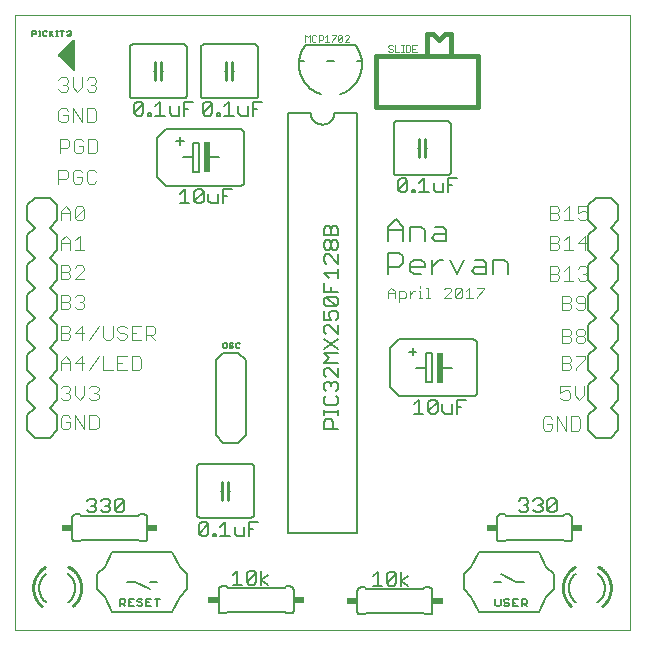
<source format=gto>
G75*
%MOIN*%
%OFA0B0*%
%FSLAX25Y25*%
%IPPOS*%
%LPD*%
%AMOC8*
5,1,8,0,0,1.08239X$1,22.5*
%
%ADD10C,0.00000*%
%ADD11C,0.00400*%
%ADD12C,0.00600*%
%ADD13C,0.00300*%
%ADD14C,0.01000*%
%ADD15C,0.00500*%
%ADD16R,0.02000X0.10000*%
%ADD17C,0.00800*%
%ADD18R,0.03400X0.02400*%
%ADD19C,0.01600*%
%ADD20C,0.00200*%
D10*
X0001800Y0001800D02*
X0001800Y0206524D01*
X0206524Y0206524D01*
X0206524Y0001800D01*
X0001800Y0001800D01*
D11*
X0017748Y0068535D02*
X0019322Y0068535D01*
X0020109Y0069322D01*
X0020109Y0070897D01*
X0018535Y0070897D01*
X0020109Y0072471D02*
X0019322Y0073258D01*
X0017748Y0073258D01*
X0016961Y0072471D01*
X0016961Y0069322D01*
X0017748Y0068535D01*
X0021673Y0068535D02*
X0021673Y0073258D01*
X0024821Y0068535D01*
X0024821Y0073258D01*
X0026386Y0073258D02*
X0028747Y0073258D01*
X0029534Y0072471D01*
X0029534Y0069322D01*
X0028747Y0068535D01*
X0026386Y0068535D01*
X0026386Y0073258D01*
X0027173Y0078378D02*
X0026386Y0079165D01*
X0027173Y0078378D02*
X0028747Y0078378D01*
X0029534Y0079165D01*
X0029534Y0079952D01*
X0028747Y0080739D01*
X0027960Y0080739D01*
X0028747Y0080739D02*
X0029534Y0081526D01*
X0029534Y0082313D01*
X0028747Y0083100D01*
X0027173Y0083100D01*
X0026386Y0082313D01*
X0024821Y0083100D02*
X0024821Y0079952D01*
X0023247Y0078378D01*
X0021673Y0079952D01*
X0021673Y0083100D01*
X0020109Y0082313D02*
X0020109Y0081526D01*
X0019322Y0080739D01*
X0020109Y0079952D01*
X0020109Y0079165D01*
X0019322Y0078378D01*
X0017748Y0078378D01*
X0016961Y0079165D01*
X0018535Y0080739D02*
X0019322Y0080739D01*
X0020109Y0082313D02*
X0019322Y0083100D01*
X0017748Y0083100D01*
X0016961Y0082313D01*
X0016961Y0088220D02*
X0016961Y0091369D01*
X0018535Y0092943D01*
X0020109Y0091369D01*
X0020109Y0088220D01*
X0020109Y0090582D02*
X0016961Y0090582D01*
X0021673Y0090582D02*
X0024821Y0090582D01*
X0024034Y0092943D02*
X0024034Y0088220D01*
X0026386Y0088220D02*
X0029534Y0092943D01*
X0031099Y0092943D02*
X0031099Y0088220D01*
X0034247Y0088220D01*
X0035811Y0088220D02*
X0038959Y0088220D01*
X0040524Y0088220D02*
X0042885Y0088220D01*
X0043672Y0089007D01*
X0043672Y0092156D01*
X0042885Y0092943D01*
X0040524Y0092943D01*
X0040524Y0088220D01*
X0037385Y0090582D02*
X0035811Y0090582D01*
X0035811Y0092943D02*
X0035811Y0088220D01*
X0035811Y0092943D02*
X0038959Y0092943D01*
X0038172Y0098457D02*
X0036598Y0098457D01*
X0035811Y0099244D01*
X0034247Y0099244D02*
X0034247Y0103179D01*
X0035811Y0102392D02*
X0035811Y0101605D01*
X0036598Y0100818D01*
X0038172Y0100818D01*
X0038959Y0100031D01*
X0038959Y0099244D01*
X0038172Y0098457D01*
X0040524Y0098457D02*
X0043672Y0098457D01*
X0045237Y0098457D02*
X0045237Y0103179D01*
X0047598Y0103179D01*
X0048385Y0102392D01*
X0048385Y0100818D01*
X0047598Y0100031D01*
X0045237Y0100031D01*
X0046811Y0100031D02*
X0048385Y0098457D01*
X0043672Y0103179D02*
X0040524Y0103179D01*
X0040524Y0098457D01*
X0040524Y0100818D02*
X0042098Y0100818D01*
X0038959Y0102392D02*
X0038172Y0103179D01*
X0036598Y0103179D01*
X0035811Y0102392D01*
X0034247Y0099244D02*
X0033460Y0098457D01*
X0031886Y0098457D01*
X0031099Y0099244D01*
X0031099Y0103179D01*
X0029534Y0103179D02*
X0026386Y0098457D01*
X0024034Y0098457D02*
X0024034Y0103179D01*
X0021673Y0100818D01*
X0024821Y0100818D01*
X0020109Y0101605D02*
X0019322Y0100818D01*
X0016961Y0100818D01*
X0019322Y0100818D02*
X0020109Y0100031D01*
X0020109Y0099244D01*
X0019322Y0098457D01*
X0016961Y0098457D01*
X0016961Y0103179D01*
X0019322Y0103179D01*
X0020109Y0102392D01*
X0020109Y0101605D01*
X0019322Y0108693D02*
X0016961Y0108693D01*
X0016961Y0113415D01*
X0019322Y0113415D01*
X0020109Y0112628D01*
X0020109Y0111841D01*
X0019322Y0111054D01*
X0016961Y0111054D01*
X0019322Y0111054D02*
X0020109Y0110267D01*
X0020109Y0109480D01*
X0019322Y0108693D01*
X0021673Y0109480D02*
X0022460Y0108693D01*
X0024034Y0108693D01*
X0024821Y0109480D01*
X0024821Y0110267D01*
X0024034Y0111054D01*
X0023247Y0111054D01*
X0024034Y0111054D02*
X0024821Y0111841D01*
X0024821Y0112628D01*
X0024034Y0113415D01*
X0022460Y0113415D01*
X0021673Y0112628D01*
X0021673Y0118535D02*
X0024821Y0121684D01*
X0024821Y0122471D01*
X0024034Y0123258D01*
X0022460Y0123258D01*
X0021673Y0122471D01*
X0020109Y0122471D02*
X0019322Y0123258D01*
X0016961Y0123258D01*
X0016961Y0118535D01*
X0019322Y0118535D01*
X0020109Y0119322D01*
X0020109Y0120109D01*
X0019322Y0120897D01*
X0016961Y0120897D01*
X0019322Y0120897D02*
X0020109Y0121684D01*
X0020109Y0122471D01*
X0021673Y0118535D02*
X0024821Y0118535D01*
X0024821Y0128378D02*
X0021673Y0128378D01*
X0020109Y0128378D02*
X0020109Y0131526D01*
X0018535Y0133100D01*
X0016961Y0131526D01*
X0016961Y0128378D01*
X0016961Y0130739D02*
X0020109Y0130739D01*
X0021673Y0131526D02*
X0023247Y0133100D01*
X0023247Y0128378D01*
X0022460Y0138220D02*
X0021673Y0139007D01*
X0024821Y0142156D01*
X0024821Y0139007D01*
X0024034Y0138220D01*
X0022460Y0138220D01*
X0021673Y0139007D02*
X0021673Y0142156D01*
X0022460Y0142943D01*
X0024034Y0142943D01*
X0024821Y0142156D01*
X0020109Y0141369D02*
X0020109Y0138220D01*
X0020109Y0140582D02*
X0016961Y0140582D01*
X0016961Y0141369D02*
X0018535Y0142943D01*
X0020109Y0141369D01*
X0016961Y0141369D02*
X0016961Y0138220D01*
X0016173Y0150425D02*
X0016173Y0155147D01*
X0018534Y0155147D01*
X0019321Y0154360D01*
X0019321Y0152786D01*
X0018534Y0151999D01*
X0016173Y0151999D01*
X0020886Y0151212D02*
X0021673Y0150425D01*
X0023247Y0150425D01*
X0024034Y0151212D01*
X0024034Y0152786D01*
X0022460Y0152786D01*
X0020886Y0154360D02*
X0020886Y0151212D01*
X0020886Y0154360D02*
X0021673Y0155147D01*
X0023247Y0155147D01*
X0024034Y0154360D01*
X0025599Y0154360D02*
X0025599Y0151212D01*
X0026386Y0150425D01*
X0027960Y0150425D01*
X0028747Y0151212D01*
X0028747Y0154360D02*
X0027960Y0155147D01*
X0026386Y0155147D01*
X0025599Y0154360D01*
X0025992Y0160661D02*
X0028353Y0160661D01*
X0029140Y0161448D01*
X0029140Y0164597D01*
X0028353Y0165384D01*
X0025992Y0165384D01*
X0025992Y0160661D01*
X0024428Y0161448D02*
X0024428Y0163022D01*
X0022854Y0163022D01*
X0024428Y0161448D02*
X0023641Y0160661D01*
X0022067Y0160661D01*
X0021280Y0161448D01*
X0021280Y0164597D01*
X0022067Y0165384D01*
X0023641Y0165384D01*
X0024428Y0164597D01*
X0019715Y0164597D02*
X0019715Y0163022D01*
X0018928Y0162235D01*
X0016567Y0162235D01*
X0016567Y0160661D02*
X0016567Y0165384D01*
X0018928Y0165384D01*
X0019715Y0164597D01*
X0020886Y0170898D02*
X0020886Y0175620D01*
X0024034Y0170898D01*
X0024034Y0175620D01*
X0025599Y0175620D02*
X0027960Y0175620D01*
X0028747Y0174833D01*
X0028747Y0171685D01*
X0027960Y0170898D01*
X0025599Y0170898D01*
X0025599Y0175620D01*
X0026386Y0181134D02*
X0025599Y0181921D01*
X0026386Y0181134D02*
X0027960Y0181134D01*
X0028747Y0181921D01*
X0028747Y0182708D01*
X0027960Y0183495D01*
X0027173Y0183495D01*
X0027960Y0183495D02*
X0028747Y0184282D01*
X0028747Y0185069D01*
X0027960Y0185856D01*
X0026386Y0185856D01*
X0025599Y0185069D01*
X0024034Y0185856D02*
X0024034Y0182708D01*
X0022460Y0181134D01*
X0020886Y0182708D01*
X0020886Y0185856D01*
X0019321Y0185069D02*
X0019321Y0184282D01*
X0018534Y0183495D01*
X0019321Y0182708D01*
X0019321Y0181921D01*
X0018534Y0181134D01*
X0016960Y0181134D01*
X0016173Y0181921D01*
X0017747Y0183495D02*
X0018534Y0183495D01*
X0019321Y0185069D02*
X0018534Y0185856D01*
X0016960Y0185856D01*
X0016173Y0185069D01*
X0016960Y0175620D02*
X0016173Y0174833D01*
X0016173Y0171685D01*
X0016960Y0170898D01*
X0018534Y0170898D01*
X0019321Y0171685D01*
X0019321Y0173259D01*
X0017747Y0173259D01*
X0019321Y0174833D02*
X0018534Y0175620D01*
X0016960Y0175620D01*
X0024034Y0092943D02*
X0021673Y0090582D01*
X0177591Y0072077D02*
X0177591Y0068929D01*
X0178378Y0068142D01*
X0179952Y0068142D01*
X0180739Y0068929D01*
X0180739Y0070503D01*
X0179165Y0070503D01*
X0180739Y0072077D02*
X0179952Y0072864D01*
X0178378Y0072864D01*
X0177591Y0072077D01*
X0182303Y0072864D02*
X0182303Y0068142D01*
X0185451Y0068142D02*
X0182303Y0072864D01*
X0185451Y0072864D02*
X0185451Y0068142D01*
X0187016Y0068142D02*
X0189377Y0068142D01*
X0190164Y0068929D01*
X0190164Y0072077D01*
X0189377Y0072864D01*
X0187016Y0072864D01*
X0187016Y0068142D01*
X0185857Y0078378D02*
X0184283Y0078378D01*
X0183496Y0079165D01*
X0183496Y0080739D02*
X0185070Y0081526D01*
X0185857Y0081526D01*
X0186644Y0080739D01*
X0186644Y0079165D01*
X0185857Y0078378D01*
X0188209Y0079952D02*
X0189783Y0078378D01*
X0191357Y0079952D01*
X0191357Y0083100D01*
X0188209Y0083100D02*
X0188209Y0079952D01*
X0186644Y0083100D02*
X0183496Y0083100D01*
X0183496Y0080739D01*
X0183890Y0088220D02*
X0186251Y0088220D01*
X0187038Y0089007D01*
X0187038Y0089795D01*
X0186251Y0090582D01*
X0183890Y0090582D01*
X0183890Y0092943D02*
X0183890Y0088220D01*
X0186251Y0090582D02*
X0187038Y0091369D01*
X0187038Y0092156D01*
X0186251Y0092943D01*
X0183890Y0092943D01*
X0183890Y0097276D02*
X0186251Y0097276D01*
X0187038Y0098063D01*
X0187038Y0098850D01*
X0186251Y0099637D01*
X0183890Y0099637D01*
X0183890Y0097276D02*
X0183890Y0101998D01*
X0186251Y0101998D01*
X0187038Y0101211D01*
X0187038Y0100424D01*
X0186251Y0099637D01*
X0188602Y0100424D02*
X0188602Y0101211D01*
X0189389Y0101998D01*
X0190964Y0101998D01*
X0191751Y0101211D01*
X0191751Y0100424D01*
X0190964Y0099637D01*
X0189389Y0099637D01*
X0188602Y0100424D01*
X0189389Y0099637D02*
X0188602Y0098850D01*
X0188602Y0098063D01*
X0189389Y0097276D01*
X0190964Y0097276D01*
X0191751Y0098063D01*
X0191751Y0098850D01*
X0190964Y0099637D01*
X0191751Y0092943D02*
X0188602Y0092943D01*
X0191751Y0092943D02*
X0191751Y0092156D01*
X0188602Y0089007D01*
X0188602Y0088220D01*
X0189389Y0108299D02*
X0190964Y0108299D01*
X0191751Y0109086D01*
X0191751Y0112234D01*
X0190964Y0113021D01*
X0189389Y0113021D01*
X0188602Y0112234D01*
X0188602Y0111447D01*
X0189389Y0110660D01*
X0191751Y0110660D01*
X0189389Y0108299D02*
X0188602Y0109086D01*
X0187038Y0109086D02*
X0186251Y0108299D01*
X0183890Y0108299D01*
X0183890Y0113021D01*
X0186251Y0113021D01*
X0187038Y0112234D01*
X0187038Y0111447D01*
X0186251Y0110660D01*
X0183890Y0110660D01*
X0186251Y0110660D02*
X0187038Y0109873D01*
X0187038Y0109086D01*
X0187814Y0118142D02*
X0184665Y0118142D01*
X0186239Y0118142D02*
X0186239Y0122864D01*
X0184665Y0121290D01*
X0183101Y0121290D02*
X0182314Y0120503D01*
X0179953Y0120503D01*
X0182314Y0120503D02*
X0183101Y0119716D01*
X0183101Y0118929D01*
X0182314Y0118142D01*
X0179953Y0118142D01*
X0179953Y0122864D01*
X0182314Y0122864D01*
X0183101Y0122077D01*
X0183101Y0121290D01*
X0189378Y0122077D02*
X0190165Y0122864D01*
X0191739Y0122864D01*
X0192526Y0122077D01*
X0192526Y0121290D01*
X0191739Y0120503D01*
X0192526Y0119716D01*
X0192526Y0118929D01*
X0191739Y0118142D01*
X0190165Y0118142D01*
X0189378Y0118929D01*
X0190952Y0120503D02*
X0191739Y0120503D01*
X0191739Y0128378D02*
X0191739Y0133100D01*
X0189378Y0130739D01*
X0192526Y0130739D01*
X0187814Y0128378D02*
X0184665Y0128378D01*
X0186239Y0128378D02*
X0186239Y0133100D01*
X0184665Y0131526D01*
X0183101Y0131526D02*
X0182314Y0130739D01*
X0179953Y0130739D01*
X0182314Y0130739D02*
X0183101Y0129952D01*
X0183101Y0129165D01*
X0182314Y0128378D01*
X0179953Y0128378D01*
X0179953Y0133100D01*
X0182314Y0133100D01*
X0183101Y0132313D01*
X0183101Y0131526D01*
X0182314Y0138220D02*
X0179953Y0138220D01*
X0179953Y0142943D01*
X0182314Y0142943D01*
X0183101Y0142156D01*
X0183101Y0141369D01*
X0182314Y0140582D01*
X0179953Y0140582D01*
X0182314Y0140582D02*
X0183101Y0139795D01*
X0183101Y0139007D01*
X0182314Y0138220D01*
X0184665Y0138220D02*
X0187814Y0138220D01*
X0186239Y0138220D02*
X0186239Y0142943D01*
X0184665Y0141369D01*
X0189378Y0140582D02*
X0190952Y0141369D01*
X0191739Y0141369D01*
X0192526Y0140582D01*
X0192526Y0139007D01*
X0191739Y0138220D01*
X0190165Y0138220D01*
X0189378Y0139007D01*
X0189378Y0140582D02*
X0189378Y0142943D01*
X0192526Y0142943D01*
D12*
X0166012Y0123850D02*
X0166012Y0120210D01*
X0166012Y0123850D02*
X0164799Y0125064D01*
X0161159Y0125064D01*
X0161159Y0120210D01*
X0158762Y0120210D02*
X0155122Y0120210D01*
X0153909Y0121424D01*
X0155122Y0122637D01*
X0158762Y0122637D01*
X0158762Y0123850D02*
X0158762Y0120210D01*
X0158762Y0123850D02*
X0157549Y0125064D01*
X0155122Y0125064D01*
X0151512Y0125064D02*
X0149085Y0120210D01*
X0146658Y0125064D01*
X0144256Y0125064D02*
X0143043Y0125064D01*
X0140616Y0122637D01*
X0138220Y0122637D02*
X0138220Y0123850D01*
X0137006Y0125064D01*
X0134579Y0125064D01*
X0133366Y0123850D01*
X0133366Y0121424D01*
X0134579Y0120210D01*
X0137006Y0120210D01*
X0138220Y0122637D02*
X0133366Y0122637D01*
X0130969Y0123850D02*
X0130969Y0126277D01*
X0129756Y0127490D01*
X0126116Y0127490D01*
X0126116Y0120210D01*
X0126116Y0122637D02*
X0129756Y0122637D01*
X0130969Y0123850D01*
X0130969Y0131234D02*
X0130969Y0136087D01*
X0128542Y0138514D01*
X0126116Y0136087D01*
X0126116Y0131234D01*
X0126116Y0134874D02*
X0130969Y0134874D01*
X0133366Y0136087D02*
X0133366Y0131234D01*
X0138220Y0131234D02*
X0138220Y0134874D01*
X0137006Y0136087D01*
X0133366Y0136087D01*
X0140616Y0132447D02*
X0141830Y0133661D01*
X0145470Y0133661D01*
X0145470Y0134874D02*
X0145470Y0131234D01*
X0141830Y0131234D01*
X0140616Y0132447D01*
X0141830Y0136087D02*
X0144256Y0136087D01*
X0145470Y0134874D01*
X0140616Y0125064D02*
X0140616Y0120210D01*
X0129709Y0098583D02*
X0126709Y0095583D01*
X0126709Y0082583D01*
X0129709Y0079583D01*
X0154209Y0079583D01*
X0154285Y0079585D01*
X0154361Y0079591D01*
X0154436Y0079600D01*
X0154511Y0079614D01*
X0154585Y0079631D01*
X0154658Y0079652D01*
X0154730Y0079676D01*
X0154801Y0079705D01*
X0154870Y0079736D01*
X0154937Y0079771D01*
X0155002Y0079810D01*
X0155066Y0079852D01*
X0155127Y0079897D01*
X0155186Y0079945D01*
X0155242Y0079996D01*
X0155296Y0080050D01*
X0155347Y0080106D01*
X0155395Y0080165D01*
X0155440Y0080226D01*
X0155482Y0080290D01*
X0155521Y0080355D01*
X0155556Y0080422D01*
X0155587Y0080491D01*
X0155616Y0080562D01*
X0155640Y0080634D01*
X0155661Y0080707D01*
X0155678Y0080781D01*
X0155692Y0080856D01*
X0155701Y0080931D01*
X0155707Y0081007D01*
X0155709Y0081083D01*
X0155709Y0097083D01*
X0155707Y0097159D01*
X0155701Y0097235D01*
X0155692Y0097310D01*
X0155678Y0097385D01*
X0155661Y0097459D01*
X0155640Y0097532D01*
X0155616Y0097604D01*
X0155587Y0097675D01*
X0155556Y0097744D01*
X0155521Y0097811D01*
X0155482Y0097876D01*
X0155440Y0097940D01*
X0155395Y0098001D01*
X0155347Y0098060D01*
X0155296Y0098116D01*
X0155242Y0098170D01*
X0155186Y0098221D01*
X0155127Y0098269D01*
X0155066Y0098314D01*
X0155002Y0098356D01*
X0154937Y0098395D01*
X0154870Y0098430D01*
X0154801Y0098461D01*
X0154730Y0098490D01*
X0154658Y0098514D01*
X0154585Y0098535D01*
X0154511Y0098552D01*
X0154436Y0098566D01*
X0154361Y0098575D01*
X0154285Y0098581D01*
X0154209Y0098583D01*
X0129709Y0098583D01*
X0132909Y0094483D02*
X0135509Y0094483D01*
X0134209Y0095683D02*
X0134209Y0093183D01*
X0135209Y0089083D02*
X0138709Y0089083D01*
X0138709Y0093883D01*
X0140709Y0093883D01*
X0140709Y0084283D01*
X0138709Y0084283D01*
X0138709Y0089083D01*
X0143709Y0089083D02*
X0147209Y0089083D01*
X0163347Y0040237D02*
X0164847Y0040237D01*
X0165347Y0039737D01*
X0184347Y0039737D01*
X0184847Y0040237D01*
X0186347Y0040237D01*
X0186407Y0040235D01*
X0186468Y0040230D01*
X0186527Y0040221D01*
X0186586Y0040208D01*
X0186645Y0040192D01*
X0186702Y0040172D01*
X0186757Y0040149D01*
X0186812Y0040122D01*
X0186864Y0040093D01*
X0186915Y0040060D01*
X0186964Y0040024D01*
X0187010Y0039986D01*
X0187054Y0039944D01*
X0187096Y0039900D01*
X0187134Y0039854D01*
X0187170Y0039805D01*
X0187203Y0039754D01*
X0187232Y0039702D01*
X0187259Y0039647D01*
X0187282Y0039592D01*
X0187302Y0039535D01*
X0187318Y0039476D01*
X0187331Y0039417D01*
X0187340Y0039358D01*
X0187345Y0039297D01*
X0187347Y0039237D01*
X0187347Y0032237D01*
X0187345Y0032177D01*
X0187340Y0032116D01*
X0187331Y0032057D01*
X0187318Y0031998D01*
X0187302Y0031939D01*
X0187282Y0031882D01*
X0187259Y0031827D01*
X0187232Y0031772D01*
X0187203Y0031720D01*
X0187170Y0031669D01*
X0187134Y0031620D01*
X0187096Y0031574D01*
X0187054Y0031530D01*
X0187010Y0031488D01*
X0186964Y0031450D01*
X0186915Y0031414D01*
X0186864Y0031381D01*
X0186812Y0031352D01*
X0186757Y0031325D01*
X0186702Y0031302D01*
X0186645Y0031282D01*
X0186586Y0031266D01*
X0186527Y0031253D01*
X0186468Y0031244D01*
X0186407Y0031239D01*
X0186347Y0031237D01*
X0184847Y0031237D01*
X0184347Y0031737D01*
X0165347Y0031737D01*
X0164847Y0031237D01*
X0163347Y0031237D01*
X0163287Y0031239D01*
X0163226Y0031244D01*
X0163167Y0031253D01*
X0163108Y0031266D01*
X0163049Y0031282D01*
X0162992Y0031302D01*
X0162937Y0031325D01*
X0162882Y0031352D01*
X0162830Y0031381D01*
X0162779Y0031414D01*
X0162730Y0031450D01*
X0162684Y0031488D01*
X0162640Y0031530D01*
X0162598Y0031574D01*
X0162560Y0031620D01*
X0162524Y0031669D01*
X0162491Y0031720D01*
X0162462Y0031772D01*
X0162435Y0031827D01*
X0162412Y0031882D01*
X0162392Y0031939D01*
X0162376Y0031998D01*
X0162363Y0032057D01*
X0162354Y0032116D01*
X0162349Y0032177D01*
X0162347Y0032237D01*
X0162347Y0039237D01*
X0162349Y0039297D01*
X0162354Y0039358D01*
X0162363Y0039417D01*
X0162376Y0039476D01*
X0162392Y0039535D01*
X0162412Y0039592D01*
X0162435Y0039647D01*
X0162462Y0039702D01*
X0162491Y0039754D01*
X0162524Y0039805D01*
X0162560Y0039854D01*
X0162598Y0039900D01*
X0162640Y0039944D01*
X0162684Y0039986D01*
X0162730Y0040024D01*
X0162779Y0040060D01*
X0162830Y0040093D01*
X0162882Y0040122D01*
X0162937Y0040149D01*
X0162992Y0040172D01*
X0163049Y0040192D01*
X0163108Y0040208D01*
X0163167Y0040221D01*
X0163226Y0040230D01*
X0163287Y0040235D01*
X0163347Y0040237D01*
X0139828Y0015883D02*
X0138328Y0015883D01*
X0137828Y0015383D01*
X0118828Y0015383D01*
X0118328Y0015883D01*
X0116828Y0015883D01*
X0116768Y0015881D01*
X0116707Y0015876D01*
X0116648Y0015867D01*
X0116589Y0015854D01*
X0116530Y0015838D01*
X0116473Y0015818D01*
X0116418Y0015795D01*
X0116363Y0015768D01*
X0116311Y0015739D01*
X0116260Y0015706D01*
X0116211Y0015670D01*
X0116165Y0015632D01*
X0116121Y0015590D01*
X0116079Y0015546D01*
X0116041Y0015500D01*
X0116005Y0015451D01*
X0115972Y0015400D01*
X0115943Y0015348D01*
X0115916Y0015293D01*
X0115893Y0015238D01*
X0115873Y0015181D01*
X0115857Y0015122D01*
X0115844Y0015063D01*
X0115835Y0015004D01*
X0115830Y0014943D01*
X0115828Y0014883D01*
X0115828Y0007883D01*
X0115830Y0007823D01*
X0115835Y0007762D01*
X0115844Y0007703D01*
X0115857Y0007644D01*
X0115873Y0007585D01*
X0115893Y0007528D01*
X0115916Y0007473D01*
X0115943Y0007418D01*
X0115972Y0007366D01*
X0116005Y0007315D01*
X0116041Y0007266D01*
X0116079Y0007220D01*
X0116121Y0007176D01*
X0116165Y0007134D01*
X0116211Y0007096D01*
X0116260Y0007060D01*
X0116311Y0007027D01*
X0116363Y0006998D01*
X0116418Y0006971D01*
X0116473Y0006948D01*
X0116530Y0006928D01*
X0116589Y0006912D01*
X0116648Y0006899D01*
X0116707Y0006890D01*
X0116768Y0006885D01*
X0116828Y0006883D01*
X0118328Y0006883D01*
X0118828Y0007383D01*
X0137828Y0007383D01*
X0138328Y0006883D01*
X0139828Y0006883D01*
X0139888Y0006885D01*
X0139949Y0006890D01*
X0140008Y0006899D01*
X0140067Y0006912D01*
X0140126Y0006928D01*
X0140183Y0006948D01*
X0140238Y0006971D01*
X0140293Y0006998D01*
X0140345Y0007027D01*
X0140396Y0007060D01*
X0140445Y0007096D01*
X0140491Y0007134D01*
X0140535Y0007176D01*
X0140577Y0007220D01*
X0140615Y0007266D01*
X0140651Y0007315D01*
X0140684Y0007366D01*
X0140713Y0007418D01*
X0140740Y0007473D01*
X0140763Y0007528D01*
X0140783Y0007585D01*
X0140799Y0007644D01*
X0140812Y0007703D01*
X0140821Y0007762D01*
X0140826Y0007823D01*
X0140828Y0007883D01*
X0140828Y0014883D01*
X0140826Y0014943D01*
X0140821Y0015004D01*
X0140812Y0015063D01*
X0140799Y0015122D01*
X0140783Y0015181D01*
X0140763Y0015238D01*
X0140740Y0015293D01*
X0140713Y0015348D01*
X0140684Y0015400D01*
X0140651Y0015451D01*
X0140615Y0015500D01*
X0140577Y0015546D01*
X0140535Y0015590D01*
X0140491Y0015632D01*
X0140445Y0015670D01*
X0140396Y0015706D01*
X0140345Y0015739D01*
X0140293Y0015768D01*
X0140238Y0015795D01*
X0140183Y0015818D01*
X0140126Y0015838D01*
X0140067Y0015854D01*
X0140008Y0015867D01*
X0139949Y0015876D01*
X0139888Y0015881D01*
X0139828Y0015883D01*
X0161840Y0012077D02*
X0161840Y0009950D01*
X0162265Y0009525D01*
X0163116Y0009525D01*
X0163541Y0009950D01*
X0163541Y0012077D01*
X0164740Y0011652D02*
X0164740Y0011226D01*
X0165166Y0010801D01*
X0166016Y0010801D01*
X0166441Y0010376D01*
X0166441Y0009950D01*
X0166016Y0009525D01*
X0165166Y0009525D01*
X0164740Y0009950D01*
X0164740Y0011652D02*
X0165166Y0012077D01*
X0166016Y0012077D01*
X0166441Y0011652D01*
X0167640Y0012077D02*
X0167640Y0009525D01*
X0169342Y0009525D01*
X0170540Y0009525D02*
X0170540Y0012077D01*
X0171816Y0012077D01*
X0172242Y0011652D01*
X0172242Y0010801D01*
X0171816Y0010376D01*
X0170540Y0010376D01*
X0171391Y0010376D02*
X0172242Y0009525D01*
X0169342Y0012077D02*
X0167640Y0012077D01*
X0167640Y0010801D02*
X0168491Y0010801D01*
X0195888Y0020537D02*
X0196007Y0020445D01*
X0196124Y0020351D01*
X0196238Y0020253D01*
X0196350Y0020153D01*
X0196460Y0020049D01*
X0196566Y0019944D01*
X0196671Y0019835D01*
X0196772Y0019724D01*
X0196870Y0019610D01*
X0196966Y0019494D01*
X0197059Y0019376D01*
X0197148Y0019255D01*
X0197235Y0019132D01*
X0197318Y0019007D01*
X0197399Y0018880D01*
X0197476Y0018751D01*
X0197550Y0018620D01*
X0197621Y0018487D01*
X0197688Y0018353D01*
X0197752Y0018217D01*
X0197812Y0018079D01*
X0197869Y0017940D01*
X0197922Y0017799D01*
X0197972Y0017657D01*
X0198019Y0017514D01*
X0198061Y0017370D01*
X0198101Y0017225D01*
X0198136Y0017079D01*
X0198168Y0016932D01*
X0198196Y0016784D01*
X0198220Y0016636D01*
X0198241Y0016487D01*
X0198258Y0016337D01*
X0198271Y0016188D01*
X0198280Y0016038D01*
X0198286Y0015887D01*
X0198288Y0015737D01*
X0188605Y0020473D02*
X0188486Y0020379D01*
X0188370Y0020281D01*
X0188256Y0020181D01*
X0188145Y0020077D01*
X0188037Y0019971D01*
X0187931Y0019863D01*
X0187829Y0019751D01*
X0187729Y0019637D01*
X0187631Y0019521D01*
X0187537Y0019402D01*
X0187446Y0019281D01*
X0187358Y0019157D01*
X0187273Y0019031D01*
X0187192Y0018904D01*
X0187113Y0018774D01*
X0187038Y0018642D01*
X0186967Y0018509D01*
X0186898Y0018373D01*
X0186833Y0018236D01*
X0186772Y0018098D01*
X0186714Y0017957D01*
X0186660Y0017816D01*
X0186609Y0017673D01*
X0186562Y0017529D01*
X0186518Y0017384D01*
X0186479Y0017237D01*
X0186443Y0017090D01*
X0186410Y0016942D01*
X0186382Y0016793D01*
X0186357Y0016643D01*
X0186336Y0016493D01*
X0186319Y0016343D01*
X0186305Y0016191D01*
X0186296Y0016040D01*
X0186290Y0015889D01*
X0186288Y0015737D01*
X0195775Y0010855D02*
X0195900Y0010946D01*
X0196022Y0011040D01*
X0196141Y0011138D01*
X0196258Y0011238D01*
X0196372Y0011342D01*
X0196484Y0011448D01*
X0196592Y0011557D01*
X0196698Y0011669D01*
X0196801Y0011784D01*
X0196901Y0011901D01*
X0196999Y0012021D01*
X0197092Y0012143D01*
X0197183Y0012267D01*
X0197271Y0012394D01*
X0197355Y0012523D01*
X0197436Y0012655D01*
X0197513Y0012788D01*
X0197587Y0012923D01*
X0197658Y0013060D01*
X0197725Y0013199D01*
X0197788Y0013339D01*
X0197848Y0013482D01*
X0197904Y0013625D01*
X0197956Y0013770D01*
X0198005Y0013916D01*
X0198050Y0014064D01*
X0198091Y0014212D01*
X0198128Y0014362D01*
X0198162Y0014512D01*
X0198191Y0014664D01*
X0198217Y0014816D01*
X0198239Y0014968D01*
X0198256Y0015121D01*
X0198270Y0015275D01*
X0198280Y0015429D01*
X0198286Y0015583D01*
X0198288Y0015737D01*
X0188605Y0011001D02*
X0188486Y0011095D01*
X0188370Y0011193D01*
X0188256Y0011293D01*
X0188145Y0011397D01*
X0188037Y0011503D01*
X0187931Y0011611D01*
X0187829Y0011723D01*
X0187729Y0011837D01*
X0187631Y0011953D01*
X0187537Y0012072D01*
X0187446Y0012193D01*
X0187358Y0012317D01*
X0187273Y0012443D01*
X0187192Y0012570D01*
X0187113Y0012700D01*
X0187038Y0012832D01*
X0186967Y0012965D01*
X0186898Y0013101D01*
X0186833Y0013238D01*
X0186772Y0013376D01*
X0186714Y0013517D01*
X0186660Y0013658D01*
X0186609Y0013801D01*
X0186562Y0013945D01*
X0186518Y0014090D01*
X0186479Y0014237D01*
X0186443Y0014384D01*
X0186410Y0014532D01*
X0186382Y0014681D01*
X0186357Y0014831D01*
X0186336Y0014981D01*
X0186319Y0015131D01*
X0186305Y0015283D01*
X0186296Y0015434D01*
X0186290Y0015585D01*
X0186288Y0015737D01*
X0115662Y0034162D02*
X0092662Y0034162D01*
X0092662Y0174162D01*
X0100162Y0174162D01*
X0100164Y0174036D01*
X0100170Y0173911D01*
X0100180Y0173786D01*
X0100194Y0173661D01*
X0100211Y0173536D01*
X0100233Y0173412D01*
X0100258Y0173289D01*
X0100288Y0173167D01*
X0100321Y0173046D01*
X0100358Y0172926D01*
X0100398Y0172807D01*
X0100443Y0172690D01*
X0100491Y0172573D01*
X0100543Y0172459D01*
X0100598Y0172346D01*
X0100657Y0172235D01*
X0100719Y0172126D01*
X0100785Y0172019D01*
X0100854Y0171914D01*
X0100926Y0171811D01*
X0101001Y0171710D01*
X0101080Y0171612D01*
X0101162Y0171517D01*
X0101246Y0171424D01*
X0101334Y0171334D01*
X0101424Y0171246D01*
X0101517Y0171162D01*
X0101612Y0171080D01*
X0101710Y0171001D01*
X0101811Y0170926D01*
X0101914Y0170854D01*
X0102019Y0170785D01*
X0102126Y0170719D01*
X0102235Y0170657D01*
X0102346Y0170598D01*
X0102459Y0170543D01*
X0102573Y0170491D01*
X0102690Y0170443D01*
X0102807Y0170398D01*
X0102926Y0170358D01*
X0103046Y0170321D01*
X0103167Y0170288D01*
X0103289Y0170258D01*
X0103412Y0170233D01*
X0103536Y0170211D01*
X0103661Y0170194D01*
X0103786Y0170180D01*
X0103911Y0170170D01*
X0104036Y0170164D01*
X0104162Y0170162D01*
X0104288Y0170164D01*
X0104413Y0170170D01*
X0104538Y0170180D01*
X0104663Y0170194D01*
X0104788Y0170211D01*
X0104912Y0170233D01*
X0105035Y0170258D01*
X0105157Y0170288D01*
X0105278Y0170321D01*
X0105398Y0170358D01*
X0105517Y0170398D01*
X0105634Y0170443D01*
X0105751Y0170491D01*
X0105865Y0170543D01*
X0105978Y0170598D01*
X0106089Y0170657D01*
X0106198Y0170719D01*
X0106305Y0170785D01*
X0106410Y0170854D01*
X0106513Y0170926D01*
X0106614Y0171001D01*
X0106712Y0171080D01*
X0106807Y0171162D01*
X0106900Y0171246D01*
X0106990Y0171334D01*
X0107078Y0171424D01*
X0107162Y0171517D01*
X0107244Y0171612D01*
X0107323Y0171710D01*
X0107398Y0171811D01*
X0107470Y0171914D01*
X0107539Y0172019D01*
X0107605Y0172126D01*
X0107667Y0172235D01*
X0107726Y0172346D01*
X0107781Y0172459D01*
X0107833Y0172573D01*
X0107881Y0172690D01*
X0107926Y0172807D01*
X0107966Y0172926D01*
X0108003Y0173046D01*
X0108036Y0173167D01*
X0108066Y0173289D01*
X0108091Y0173412D01*
X0108113Y0173536D01*
X0108130Y0173661D01*
X0108144Y0173786D01*
X0108154Y0173911D01*
X0108160Y0174036D01*
X0108162Y0174162D01*
X0115662Y0174162D01*
X0115662Y0034162D01*
X0094528Y0015182D02*
X0094528Y0008182D01*
X0094526Y0008122D01*
X0094521Y0008061D01*
X0094512Y0008002D01*
X0094499Y0007943D01*
X0094483Y0007884D01*
X0094463Y0007827D01*
X0094440Y0007772D01*
X0094413Y0007717D01*
X0094384Y0007665D01*
X0094351Y0007614D01*
X0094315Y0007565D01*
X0094277Y0007519D01*
X0094235Y0007475D01*
X0094191Y0007433D01*
X0094145Y0007395D01*
X0094096Y0007359D01*
X0094045Y0007326D01*
X0093993Y0007297D01*
X0093938Y0007270D01*
X0093883Y0007247D01*
X0093826Y0007227D01*
X0093767Y0007211D01*
X0093708Y0007198D01*
X0093649Y0007189D01*
X0093588Y0007184D01*
X0093528Y0007182D01*
X0092028Y0007182D01*
X0091528Y0007682D01*
X0072528Y0007682D01*
X0072028Y0007182D01*
X0070528Y0007182D01*
X0070468Y0007184D01*
X0070407Y0007189D01*
X0070348Y0007198D01*
X0070289Y0007211D01*
X0070230Y0007227D01*
X0070173Y0007247D01*
X0070118Y0007270D01*
X0070063Y0007297D01*
X0070011Y0007326D01*
X0069960Y0007359D01*
X0069911Y0007395D01*
X0069865Y0007433D01*
X0069821Y0007475D01*
X0069779Y0007519D01*
X0069741Y0007565D01*
X0069705Y0007614D01*
X0069672Y0007665D01*
X0069643Y0007717D01*
X0069616Y0007772D01*
X0069593Y0007827D01*
X0069573Y0007884D01*
X0069557Y0007943D01*
X0069544Y0008002D01*
X0069535Y0008061D01*
X0069530Y0008122D01*
X0069528Y0008182D01*
X0069528Y0015182D01*
X0069530Y0015242D01*
X0069535Y0015303D01*
X0069544Y0015362D01*
X0069557Y0015421D01*
X0069573Y0015480D01*
X0069593Y0015537D01*
X0069616Y0015592D01*
X0069643Y0015647D01*
X0069672Y0015699D01*
X0069705Y0015750D01*
X0069741Y0015799D01*
X0069779Y0015845D01*
X0069821Y0015889D01*
X0069865Y0015931D01*
X0069911Y0015969D01*
X0069960Y0016005D01*
X0070011Y0016038D01*
X0070063Y0016067D01*
X0070118Y0016094D01*
X0070173Y0016117D01*
X0070230Y0016137D01*
X0070289Y0016153D01*
X0070348Y0016166D01*
X0070407Y0016175D01*
X0070468Y0016180D01*
X0070528Y0016182D01*
X0072028Y0016182D01*
X0072528Y0015682D01*
X0091528Y0015682D01*
X0092028Y0016182D01*
X0093528Y0016182D01*
X0093588Y0016180D01*
X0093649Y0016175D01*
X0093708Y0016166D01*
X0093767Y0016153D01*
X0093826Y0016137D01*
X0093883Y0016117D01*
X0093938Y0016094D01*
X0093993Y0016067D01*
X0094045Y0016038D01*
X0094096Y0016005D01*
X0094145Y0015969D01*
X0094191Y0015931D01*
X0094235Y0015889D01*
X0094277Y0015845D01*
X0094315Y0015799D01*
X0094351Y0015750D01*
X0094384Y0015699D01*
X0094413Y0015647D01*
X0094440Y0015592D01*
X0094463Y0015537D01*
X0094483Y0015480D01*
X0094499Y0015421D01*
X0094512Y0015362D01*
X0094521Y0015303D01*
X0094526Y0015242D01*
X0094528Y0015182D01*
X0080339Y0039178D02*
X0063339Y0039178D01*
X0063279Y0039180D01*
X0063218Y0039185D01*
X0063159Y0039194D01*
X0063100Y0039207D01*
X0063041Y0039223D01*
X0062984Y0039243D01*
X0062929Y0039266D01*
X0062874Y0039293D01*
X0062822Y0039322D01*
X0062771Y0039355D01*
X0062722Y0039391D01*
X0062676Y0039429D01*
X0062632Y0039471D01*
X0062590Y0039515D01*
X0062552Y0039561D01*
X0062516Y0039610D01*
X0062483Y0039661D01*
X0062454Y0039713D01*
X0062427Y0039768D01*
X0062404Y0039823D01*
X0062384Y0039880D01*
X0062368Y0039939D01*
X0062355Y0039998D01*
X0062346Y0040057D01*
X0062341Y0040118D01*
X0062339Y0040178D01*
X0062339Y0056178D01*
X0062341Y0056238D01*
X0062346Y0056299D01*
X0062355Y0056358D01*
X0062368Y0056417D01*
X0062384Y0056476D01*
X0062404Y0056533D01*
X0062427Y0056588D01*
X0062454Y0056643D01*
X0062483Y0056695D01*
X0062516Y0056746D01*
X0062552Y0056795D01*
X0062590Y0056841D01*
X0062632Y0056885D01*
X0062676Y0056927D01*
X0062722Y0056965D01*
X0062771Y0057001D01*
X0062822Y0057034D01*
X0062874Y0057063D01*
X0062929Y0057090D01*
X0062984Y0057113D01*
X0063041Y0057133D01*
X0063100Y0057149D01*
X0063159Y0057162D01*
X0063218Y0057171D01*
X0063279Y0057176D01*
X0063339Y0057178D01*
X0080339Y0057178D01*
X0080399Y0057176D01*
X0080460Y0057171D01*
X0080519Y0057162D01*
X0080578Y0057149D01*
X0080637Y0057133D01*
X0080694Y0057113D01*
X0080749Y0057090D01*
X0080804Y0057063D01*
X0080856Y0057034D01*
X0080907Y0057001D01*
X0080956Y0056965D01*
X0081002Y0056927D01*
X0081046Y0056885D01*
X0081088Y0056841D01*
X0081126Y0056795D01*
X0081162Y0056746D01*
X0081195Y0056695D01*
X0081224Y0056643D01*
X0081251Y0056588D01*
X0081274Y0056533D01*
X0081294Y0056476D01*
X0081310Y0056417D01*
X0081323Y0056358D01*
X0081332Y0056299D01*
X0081337Y0056238D01*
X0081339Y0056178D01*
X0081339Y0040178D01*
X0081337Y0040118D01*
X0081332Y0040057D01*
X0081323Y0039998D01*
X0081310Y0039939D01*
X0081294Y0039880D01*
X0081274Y0039823D01*
X0081251Y0039768D01*
X0081224Y0039713D01*
X0081195Y0039661D01*
X0081162Y0039610D01*
X0081126Y0039561D01*
X0081088Y0039515D01*
X0081046Y0039471D01*
X0081002Y0039429D01*
X0080956Y0039391D01*
X0080907Y0039355D01*
X0080856Y0039322D01*
X0080804Y0039293D01*
X0080749Y0039266D01*
X0080694Y0039243D01*
X0080637Y0039223D01*
X0080578Y0039207D01*
X0080519Y0039194D01*
X0080460Y0039185D01*
X0080399Y0039180D01*
X0080339Y0039178D01*
X0073339Y0048178D02*
X0072839Y0048178D01*
X0070839Y0048178D02*
X0070339Y0048178D01*
X0045812Y0039237D02*
X0045812Y0032237D01*
X0045810Y0032177D01*
X0045805Y0032116D01*
X0045796Y0032057D01*
X0045783Y0031998D01*
X0045767Y0031939D01*
X0045747Y0031882D01*
X0045724Y0031827D01*
X0045697Y0031772D01*
X0045668Y0031720D01*
X0045635Y0031669D01*
X0045599Y0031620D01*
X0045561Y0031574D01*
X0045519Y0031530D01*
X0045475Y0031488D01*
X0045429Y0031450D01*
X0045380Y0031414D01*
X0045329Y0031381D01*
X0045277Y0031352D01*
X0045222Y0031325D01*
X0045167Y0031302D01*
X0045110Y0031282D01*
X0045051Y0031266D01*
X0044992Y0031253D01*
X0044933Y0031244D01*
X0044872Y0031239D01*
X0044812Y0031237D01*
X0043312Y0031237D01*
X0042812Y0031737D01*
X0023812Y0031737D01*
X0023312Y0031237D01*
X0021812Y0031237D01*
X0021752Y0031239D01*
X0021691Y0031244D01*
X0021632Y0031253D01*
X0021573Y0031266D01*
X0021514Y0031282D01*
X0021457Y0031302D01*
X0021402Y0031325D01*
X0021347Y0031352D01*
X0021295Y0031381D01*
X0021244Y0031414D01*
X0021195Y0031450D01*
X0021149Y0031488D01*
X0021105Y0031530D01*
X0021063Y0031574D01*
X0021025Y0031620D01*
X0020989Y0031669D01*
X0020956Y0031720D01*
X0020927Y0031772D01*
X0020900Y0031827D01*
X0020877Y0031882D01*
X0020857Y0031939D01*
X0020841Y0031998D01*
X0020828Y0032057D01*
X0020819Y0032116D01*
X0020814Y0032177D01*
X0020812Y0032237D01*
X0020812Y0039237D01*
X0020814Y0039297D01*
X0020819Y0039358D01*
X0020828Y0039417D01*
X0020841Y0039476D01*
X0020857Y0039535D01*
X0020877Y0039592D01*
X0020900Y0039647D01*
X0020927Y0039702D01*
X0020956Y0039754D01*
X0020989Y0039805D01*
X0021025Y0039854D01*
X0021063Y0039900D01*
X0021105Y0039944D01*
X0021149Y0039986D01*
X0021195Y0040024D01*
X0021244Y0040060D01*
X0021295Y0040093D01*
X0021347Y0040122D01*
X0021402Y0040149D01*
X0021457Y0040172D01*
X0021514Y0040192D01*
X0021573Y0040208D01*
X0021632Y0040221D01*
X0021691Y0040230D01*
X0021752Y0040235D01*
X0021812Y0040237D01*
X0023312Y0040237D01*
X0023812Y0039737D01*
X0042812Y0039737D01*
X0043312Y0040237D01*
X0044812Y0040237D01*
X0044872Y0040235D01*
X0044933Y0040230D01*
X0044992Y0040221D01*
X0045051Y0040208D01*
X0045110Y0040192D01*
X0045167Y0040172D01*
X0045222Y0040149D01*
X0045277Y0040122D01*
X0045329Y0040093D01*
X0045380Y0040060D01*
X0045429Y0040024D01*
X0045475Y0039986D01*
X0045519Y0039944D01*
X0045561Y0039900D01*
X0045599Y0039854D01*
X0045635Y0039805D01*
X0045668Y0039754D01*
X0045697Y0039702D01*
X0045724Y0039647D01*
X0045747Y0039592D01*
X0045767Y0039535D01*
X0045783Y0039476D01*
X0045796Y0039417D01*
X0045805Y0039358D01*
X0045810Y0039297D01*
X0045812Y0039237D01*
X0045363Y0012171D02*
X0045363Y0009620D01*
X0047064Y0009620D01*
X0046213Y0010896D02*
X0045363Y0010896D01*
X0044164Y0010470D02*
X0044164Y0010045D01*
X0043739Y0009620D01*
X0042888Y0009620D01*
X0042463Y0010045D01*
X0042888Y0010896D02*
X0043739Y0010896D01*
X0044164Y0010470D01*
X0044164Y0011746D02*
X0043739Y0012171D01*
X0042888Y0012171D01*
X0042463Y0011746D01*
X0042463Y0011321D01*
X0042888Y0010896D01*
X0041264Y0012171D02*
X0039563Y0012171D01*
X0039563Y0009620D01*
X0041264Y0009620D01*
X0040413Y0010896D02*
X0039563Y0010896D01*
X0038364Y0010896D02*
X0037938Y0010470D01*
X0036662Y0010470D01*
X0036662Y0009620D02*
X0036662Y0012171D01*
X0037938Y0012171D01*
X0038364Y0011746D01*
X0038364Y0010896D01*
X0037513Y0010470D02*
X0038364Y0009620D01*
X0045363Y0012171D02*
X0047064Y0012171D01*
X0048263Y0012171D02*
X0049964Y0012171D01*
X0049113Y0012171D02*
X0049113Y0009620D01*
X0012054Y0020473D02*
X0011935Y0020379D01*
X0011819Y0020281D01*
X0011705Y0020181D01*
X0011594Y0020077D01*
X0011486Y0019971D01*
X0011380Y0019863D01*
X0011278Y0019751D01*
X0011178Y0019637D01*
X0011080Y0019521D01*
X0010986Y0019402D01*
X0010895Y0019281D01*
X0010807Y0019157D01*
X0010722Y0019031D01*
X0010641Y0018904D01*
X0010562Y0018774D01*
X0010487Y0018642D01*
X0010416Y0018509D01*
X0010347Y0018373D01*
X0010282Y0018236D01*
X0010221Y0018098D01*
X0010163Y0017957D01*
X0010109Y0017816D01*
X0010058Y0017673D01*
X0010011Y0017529D01*
X0009967Y0017384D01*
X0009928Y0017237D01*
X0009892Y0017090D01*
X0009859Y0016942D01*
X0009831Y0016793D01*
X0009806Y0016643D01*
X0009785Y0016493D01*
X0009768Y0016343D01*
X0009754Y0016191D01*
X0009745Y0016040D01*
X0009739Y0015889D01*
X0009737Y0015737D01*
X0019337Y0020537D02*
X0019456Y0020445D01*
X0019573Y0020351D01*
X0019687Y0020253D01*
X0019799Y0020153D01*
X0019909Y0020049D01*
X0020015Y0019944D01*
X0020120Y0019835D01*
X0020221Y0019724D01*
X0020319Y0019610D01*
X0020415Y0019494D01*
X0020508Y0019376D01*
X0020597Y0019255D01*
X0020684Y0019132D01*
X0020767Y0019007D01*
X0020848Y0018880D01*
X0020925Y0018751D01*
X0020999Y0018620D01*
X0021070Y0018487D01*
X0021137Y0018353D01*
X0021201Y0018217D01*
X0021261Y0018079D01*
X0021318Y0017940D01*
X0021371Y0017799D01*
X0021421Y0017657D01*
X0021468Y0017514D01*
X0021510Y0017370D01*
X0021550Y0017225D01*
X0021585Y0017079D01*
X0021617Y0016932D01*
X0021645Y0016784D01*
X0021669Y0016636D01*
X0021690Y0016487D01*
X0021707Y0016337D01*
X0021720Y0016188D01*
X0021729Y0016038D01*
X0021735Y0015887D01*
X0021737Y0015737D01*
X0012054Y0011001D02*
X0011935Y0011095D01*
X0011819Y0011193D01*
X0011705Y0011293D01*
X0011594Y0011397D01*
X0011486Y0011503D01*
X0011380Y0011611D01*
X0011278Y0011723D01*
X0011178Y0011837D01*
X0011080Y0011953D01*
X0010986Y0012072D01*
X0010895Y0012193D01*
X0010807Y0012317D01*
X0010722Y0012443D01*
X0010641Y0012570D01*
X0010562Y0012700D01*
X0010487Y0012832D01*
X0010416Y0012965D01*
X0010347Y0013101D01*
X0010282Y0013238D01*
X0010221Y0013376D01*
X0010163Y0013517D01*
X0010109Y0013658D01*
X0010058Y0013801D01*
X0010011Y0013945D01*
X0009967Y0014090D01*
X0009928Y0014237D01*
X0009892Y0014384D01*
X0009859Y0014532D01*
X0009831Y0014681D01*
X0009806Y0014831D01*
X0009785Y0014981D01*
X0009768Y0015131D01*
X0009754Y0015283D01*
X0009745Y0015434D01*
X0009739Y0015585D01*
X0009737Y0015737D01*
X0019224Y0010855D02*
X0019349Y0010946D01*
X0019471Y0011040D01*
X0019590Y0011138D01*
X0019707Y0011238D01*
X0019821Y0011342D01*
X0019933Y0011448D01*
X0020041Y0011557D01*
X0020147Y0011669D01*
X0020250Y0011784D01*
X0020350Y0011901D01*
X0020448Y0012021D01*
X0020541Y0012143D01*
X0020632Y0012267D01*
X0020720Y0012394D01*
X0020804Y0012523D01*
X0020885Y0012655D01*
X0020962Y0012788D01*
X0021036Y0012923D01*
X0021107Y0013060D01*
X0021174Y0013199D01*
X0021237Y0013339D01*
X0021297Y0013482D01*
X0021353Y0013625D01*
X0021405Y0013770D01*
X0021454Y0013916D01*
X0021499Y0014064D01*
X0021540Y0014212D01*
X0021577Y0014362D01*
X0021611Y0014512D01*
X0021640Y0014664D01*
X0021666Y0014816D01*
X0021688Y0014968D01*
X0021705Y0015121D01*
X0021719Y0015275D01*
X0021729Y0015429D01*
X0021735Y0015583D01*
X0021737Y0015737D01*
X0052111Y0149780D02*
X0049111Y0152780D01*
X0049111Y0165780D01*
X0052111Y0168780D01*
X0076611Y0168780D01*
X0076687Y0168778D01*
X0076763Y0168772D01*
X0076838Y0168763D01*
X0076913Y0168749D01*
X0076987Y0168732D01*
X0077060Y0168711D01*
X0077132Y0168687D01*
X0077203Y0168658D01*
X0077272Y0168627D01*
X0077339Y0168592D01*
X0077404Y0168553D01*
X0077468Y0168511D01*
X0077529Y0168466D01*
X0077588Y0168418D01*
X0077644Y0168367D01*
X0077698Y0168313D01*
X0077749Y0168257D01*
X0077797Y0168198D01*
X0077842Y0168137D01*
X0077884Y0168073D01*
X0077923Y0168008D01*
X0077958Y0167941D01*
X0077989Y0167872D01*
X0078018Y0167801D01*
X0078042Y0167729D01*
X0078063Y0167656D01*
X0078080Y0167582D01*
X0078094Y0167507D01*
X0078103Y0167432D01*
X0078109Y0167356D01*
X0078111Y0167280D01*
X0078111Y0151280D01*
X0078109Y0151204D01*
X0078103Y0151128D01*
X0078094Y0151053D01*
X0078080Y0150978D01*
X0078063Y0150904D01*
X0078042Y0150831D01*
X0078018Y0150759D01*
X0077989Y0150688D01*
X0077958Y0150619D01*
X0077923Y0150552D01*
X0077884Y0150487D01*
X0077842Y0150423D01*
X0077797Y0150362D01*
X0077749Y0150303D01*
X0077698Y0150247D01*
X0077644Y0150193D01*
X0077588Y0150142D01*
X0077529Y0150094D01*
X0077468Y0150049D01*
X0077404Y0150007D01*
X0077339Y0149968D01*
X0077272Y0149933D01*
X0077203Y0149902D01*
X0077132Y0149873D01*
X0077060Y0149849D01*
X0076987Y0149828D01*
X0076913Y0149811D01*
X0076838Y0149797D01*
X0076763Y0149788D01*
X0076687Y0149782D01*
X0076611Y0149780D01*
X0052111Y0149780D01*
X0061111Y0154480D02*
X0063111Y0154480D01*
X0063111Y0164080D01*
X0061111Y0164080D01*
X0061111Y0159280D01*
X0061111Y0154480D01*
X0061111Y0159280D02*
X0057611Y0159280D01*
X0056611Y0163380D02*
X0056611Y0165880D01*
X0057911Y0164680D02*
X0055311Y0164680D01*
X0066111Y0159280D02*
X0069611Y0159280D01*
X0064646Y0178910D02*
X0081646Y0178910D01*
X0081706Y0178912D01*
X0081767Y0178917D01*
X0081826Y0178926D01*
X0081885Y0178939D01*
X0081944Y0178955D01*
X0082001Y0178975D01*
X0082056Y0178998D01*
X0082111Y0179025D01*
X0082163Y0179054D01*
X0082214Y0179087D01*
X0082263Y0179123D01*
X0082309Y0179161D01*
X0082353Y0179203D01*
X0082395Y0179247D01*
X0082433Y0179293D01*
X0082469Y0179342D01*
X0082502Y0179393D01*
X0082531Y0179445D01*
X0082558Y0179500D01*
X0082581Y0179555D01*
X0082601Y0179612D01*
X0082617Y0179671D01*
X0082630Y0179730D01*
X0082639Y0179789D01*
X0082644Y0179850D01*
X0082646Y0179910D01*
X0082646Y0195910D01*
X0082644Y0195970D01*
X0082639Y0196031D01*
X0082630Y0196090D01*
X0082617Y0196149D01*
X0082601Y0196208D01*
X0082581Y0196265D01*
X0082558Y0196320D01*
X0082531Y0196375D01*
X0082502Y0196427D01*
X0082469Y0196478D01*
X0082433Y0196527D01*
X0082395Y0196573D01*
X0082353Y0196617D01*
X0082309Y0196659D01*
X0082263Y0196697D01*
X0082214Y0196733D01*
X0082163Y0196766D01*
X0082111Y0196795D01*
X0082056Y0196822D01*
X0082001Y0196845D01*
X0081944Y0196865D01*
X0081885Y0196881D01*
X0081826Y0196894D01*
X0081767Y0196903D01*
X0081706Y0196908D01*
X0081646Y0196910D01*
X0064646Y0196910D01*
X0064586Y0196908D01*
X0064525Y0196903D01*
X0064466Y0196894D01*
X0064407Y0196881D01*
X0064348Y0196865D01*
X0064291Y0196845D01*
X0064236Y0196822D01*
X0064181Y0196795D01*
X0064129Y0196766D01*
X0064078Y0196733D01*
X0064029Y0196697D01*
X0063983Y0196659D01*
X0063939Y0196617D01*
X0063897Y0196573D01*
X0063859Y0196527D01*
X0063823Y0196478D01*
X0063790Y0196427D01*
X0063761Y0196375D01*
X0063734Y0196320D01*
X0063711Y0196265D01*
X0063691Y0196208D01*
X0063675Y0196149D01*
X0063662Y0196090D01*
X0063653Y0196031D01*
X0063648Y0195970D01*
X0063646Y0195910D01*
X0063646Y0179910D01*
X0063648Y0179850D01*
X0063653Y0179789D01*
X0063662Y0179730D01*
X0063675Y0179671D01*
X0063691Y0179612D01*
X0063711Y0179555D01*
X0063734Y0179500D01*
X0063761Y0179445D01*
X0063790Y0179393D01*
X0063823Y0179342D01*
X0063859Y0179293D01*
X0063897Y0179247D01*
X0063939Y0179203D01*
X0063983Y0179161D01*
X0064029Y0179123D01*
X0064078Y0179087D01*
X0064129Y0179054D01*
X0064181Y0179025D01*
X0064236Y0178998D01*
X0064291Y0178975D01*
X0064348Y0178955D01*
X0064407Y0178939D01*
X0064466Y0178926D01*
X0064525Y0178917D01*
X0064586Y0178912D01*
X0064646Y0178910D01*
X0058891Y0179910D02*
X0058891Y0195910D01*
X0058889Y0195970D01*
X0058884Y0196031D01*
X0058875Y0196090D01*
X0058862Y0196149D01*
X0058846Y0196208D01*
X0058826Y0196265D01*
X0058803Y0196320D01*
X0058776Y0196375D01*
X0058747Y0196427D01*
X0058714Y0196478D01*
X0058678Y0196527D01*
X0058640Y0196573D01*
X0058598Y0196617D01*
X0058554Y0196659D01*
X0058508Y0196697D01*
X0058459Y0196733D01*
X0058408Y0196766D01*
X0058356Y0196795D01*
X0058301Y0196822D01*
X0058246Y0196845D01*
X0058189Y0196865D01*
X0058130Y0196881D01*
X0058071Y0196894D01*
X0058012Y0196903D01*
X0057951Y0196908D01*
X0057891Y0196910D01*
X0040891Y0196910D01*
X0040831Y0196908D01*
X0040770Y0196903D01*
X0040711Y0196894D01*
X0040652Y0196881D01*
X0040593Y0196865D01*
X0040536Y0196845D01*
X0040481Y0196822D01*
X0040426Y0196795D01*
X0040374Y0196766D01*
X0040323Y0196733D01*
X0040274Y0196697D01*
X0040228Y0196659D01*
X0040184Y0196617D01*
X0040142Y0196573D01*
X0040104Y0196527D01*
X0040068Y0196478D01*
X0040035Y0196427D01*
X0040006Y0196375D01*
X0039979Y0196320D01*
X0039956Y0196265D01*
X0039936Y0196208D01*
X0039920Y0196149D01*
X0039907Y0196090D01*
X0039898Y0196031D01*
X0039893Y0195970D01*
X0039891Y0195910D01*
X0039891Y0179910D01*
X0039893Y0179850D01*
X0039898Y0179789D01*
X0039907Y0179730D01*
X0039920Y0179671D01*
X0039936Y0179612D01*
X0039956Y0179555D01*
X0039979Y0179500D01*
X0040006Y0179445D01*
X0040035Y0179393D01*
X0040068Y0179342D01*
X0040104Y0179293D01*
X0040142Y0179247D01*
X0040184Y0179203D01*
X0040228Y0179161D01*
X0040274Y0179123D01*
X0040323Y0179087D01*
X0040374Y0179054D01*
X0040426Y0179025D01*
X0040481Y0178998D01*
X0040536Y0178975D01*
X0040593Y0178955D01*
X0040652Y0178939D01*
X0040711Y0178926D01*
X0040770Y0178917D01*
X0040831Y0178912D01*
X0040891Y0178910D01*
X0057891Y0178910D01*
X0057951Y0178912D01*
X0058012Y0178917D01*
X0058071Y0178926D01*
X0058130Y0178939D01*
X0058189Y0178955D01*
X0058246Y0178975D01*
X0058301Y0178998D01*
X0058356Y0179025D01*
X0058408Y0179054D01*
X0058459Y0179087D01*
X0058508Y0179123D01*
X0058554Y0179161D01*
X0058598Y0179203D01*
X0058640Y0179247D01*
X0058678Y0179293D01*
X0058714Y0179342D01*
X0058747Y0179393D01*
X0058776Y0179445D01*
X0058803Y0179500D01*
X0058826Y0179555D01*
X0058846Y0179612D01*
X0058862Y0179671D01*
X0058875Y0179730D01*
X0058884Y0179789D01*
X0058889Y0179850D01*
X0058891Y0179910D01*
X0050891Y0187910D02*
X0050391Y0187910D01*
X0048391Y0187910D02*
X0047891Y0187910D01*
X0071646Y0187910D02*
X0072146Y0187910D01*
X0074146Y0187910D02*
X0074646Y0187910D01*
X0127891Y0170351D02*
X0127891Y0154351D01*
X0127893Y0154291D01*
X0127898Y0154230D01*
X0127907Y0154171D01*
X0127920Y0154112D01*
X0127936Y0154053D01*
X0127956Y0153996D01*
X0127979Y0153941D01*
X0128006Y0153886D01*
X0128035Y0153834D01*
X0128068Y0153783D01*
X0128104Y0153734D01*
X0128142Y0153688D01*
X0128184Y0153644D01*
X0128228Y0153602D01*
X0128274Y0153564D01*
X0128323Y0153528D01*
X0128374Y0153495D01*
X0128426Y0153466D01*
X0128481Y0153439D01*
X0128536Y0153416D01*
X0128593Y0153396D01*
X0128652Y0153380D01*
X0128711Y0153367D01*
X0128770Y0153358D01*
X0128831Y0153353D01*
X0128891Y0153351D01*
X0145891Y0153351D01*
X0145951Y0153353D01*
X0146012Y0153358D01*
X0146071Y0153367D01*
X0146130Y0153380D01*
X0146189Y0153396D01*
X0146246Y0153416D01*
X0146301Y0153439D01*
X0146356Y0153466D01*
X0146408Y0153495D01*
X0146459Y0153528D01*
X0146508Y0153564D01*
X0146554Y0153602D01*
X0146598Y0153644D01*
X0146640Y0153688D01*
X0146678Y0153734D01*
X0146714Y0153783D01*
X0146747Y0153834D01*
X0146776Y0153886D01*
X0146803Y0153941D01*
X0146826Y0153996D01*
X0146846Y0154053D01*
X0146862Y0154112D01*
X0146875Y0154171D01*
X0146884Y0154230D01*
X0146889Y0154291D01*
X0146891Y0154351D01*
X0146891Y0170351D01*
X0146889Y0170411D01*
X0146884Y0170472D01*
X0146875Y0170531D01*
X0146862Y0170590D01*
X0146846Y0170649D01*
X0146826Y0170706D01*
X0146803Y0170761D01*
X0146776Y0170816D01*
X0146747Y0170868D01*
X0146714Y0170919D01*
X0146678Y0170968D01*
X0146640Y0171014D01*
X0146598Y0171058D01*
X0146554Y0171100D01*
X0146508Y0171138D01*
X0146459Y0171174D01*
X0146408Y0171207D01*
X0146356Y0171236D01*
X0146301Y0171263D01*
X0146246Y0171286D01*
X0146189Y0171306D01*
X0146130Y0171322D01*
X0146071Y0171335D01*
X0146012Y0171344D01*
X0145951Y0171349D01*
X0145891Y0171351D01*
X0128891Y0171351D01*
X0128831Y0171349D01*
X0128770Y0171344D01*
X0128711Y0171335D01*
X0128652Y0171322D01*
X0128593Y0171306D01*
X0128536Y0171286D01*
X0128481Y0171263D01*
X0128426Y0171236D01*
X0128374Y0171207D01*
X0128323Y0171174D01*
X0128274Y0171138D01*
X0128228Y0171100D01*
X0128184Y0171058D01*
X0128142Y0171014D01*
X0128104Y0170968D01*
X0128068Y0170919D01*
X0128035Y0170868D01*
X0128006Y0170816D01*
X0127979Y0170761D01*
X0127956Y0170706D01*
X0127936Y0170649D01*
X0127920Y0170590D01*
X0127907Y0170531D01*
X0127898Y0170472D01*
X0127893Y0170411D01*
X0127891Y0170351D01*
X0135891Y0162351D02*
X0136391Y0162351D01*
X0138391Y0162351D02*
X0138891Y0162351D01*
D13*
X0136844Y0116433D02*
X0136844Y0115826D01*
X0136844Y0114613D02*
X0136844Y0112186D01*
X0137450Y0112186D02*
X0136237Y0112186D01*
X0138654Y0112186D02*
X0139867Y0112186D01*
X0139260Y0112186D02*
X0139260Y0115826D01*
X0138654Y0115826D01*
X0136844Y0114613D02*
X0136237Y0114613D01*
X0135036Y0114613D02*
X0134429Y0114613D01*
X0133216Y0113400D01*
X0133216Y0114613D02*
X0133216Y0112186D01*
X0132018Y0112793D02*
X0131411Y0112186D01*
X0129591Y0112186D01*
X0128392Y0112186D02*
X0128392Y0114613D01*
X0127179Y0115826D01*
X0125966Y0114613D01*
X0125966Y0112186D01*
X0125966Y0114006D02*
X0128392Y0114006D01*
X0129591Y0114613D02*
X0129591Y0110973D01*
X0132018Y0112793D02*
X0132018Y0114006D01*
X0131411Y0114613D01*
X0129591Y0114613D01*
X0144696Y0115220D02*
X0145302Y0115826D01*
X0146516Y0115826D01*
X0147122Y0115220D01*
X0147122Y0114613D01*
X0144696Y0112186D01*
X0147122Y0112186D01*
X0148321Y0112793D02*
X0150747Y0115220D01*
X0150747Y0112793D01*
X0150141Y0112186D01*
X0148927Y0112186D01*
X0148321Y0112793D01*
X0148321Y0115220D01*
X0148927Y0115826D01*
X0150141Y0115826D01*
X0150747Y0115220D01*
X0151946Y0114613D02*
X0153159Y0115826D01*
X0153159Y0112186D01*
X0151946Y0112186D02*
X0154373Y0112186D01*
X0155571Y0112186D02*
X0155571Y0112793D01*
X0157998Y0115220D01*
X0157998Y0115826D01*
X0155571Y0115826D01*
D14*
X0138391Y0159351D02*
X0138391Y0162351D01*
X0138391Y0165351D01*
X0136391Y0165351D02*
X0136391Y0162351D01*
X0136391Y0159351D01*
X0074146Y0184910D02*
X0074146Y0187910D01*
X0074146Y0190910D01*
X0072146Y0190910D02*
X0072146Y0187910D01*
X0072146Y0184910D01*
X0050391Y0184910D02*
X0050391Y0187910D01*
X0050391Y0190910D01*
X0048391Y0190910D02*
X0048391Y0187910D01*
X0048391Y0184910D01*
X0070839Y0051178D02*
X0070839Y0048178D01*
X0070839Y0045178D01*
X0072839Y0045178D02*
X0072839Y0048178D01*
X0072839Y0051178D01*
X0011768Y0022683D02*
X0011599Y0022584D01*
X0011433Y0022480D01*
X0011269Y0022373D01*
X0011108Y0022262D01*
X0010950Y0022147D01*
X0010795Y0022028D01*
X0010642Y0021905D01*
X0010493Y0021779D01*
X0010347Y0021649D01*
X0010204Y0021515D01*
X0010064Y0021378D01*
X0009928Y0021238D01*
X0009795Y0021094D01*
X0009666Y0020947D01*
X0009540Y0020797D01*
X0009419Y0020644D01*
X0009300Y0020488D01*
X0009186Y0020329D01*
X0009076Y0020168D01*
X0008970Y0020003D01*
X0008867Y0019837D01*
X0008769Y0019667D01*
X0008675Y0019496D01*
X0008585Y0019322D01*
X0008500Y0019146D01*
X0008418Y0018968D01*
X0008342Y0018788D01*
X0008269Y0018606D01*
X0008201Y0018423D01*
X0008138Y0018238D01*
X0008079Y0018051D01*
X0008025Y0017863D01*
X0007975Y0017674D01*
X0007930Y0017484D01*
X0007890Y0017292D01*
X0007854Y0017100D01*
X0007823Y0016907D01*
X0007797Y0016713D01*
X0007775Y0016518D01*
X0007759Y0016323D01*
X0007747Y0016128D01*
X0007739Y0015932D01*
X0007737Y0015737D01*
X0019502Y0022796D02*
X0019670Y0022703D01*
X0019836Y0022607D01*
X0020000Y0022507D01*
X0020161Y0022402D01*
X0020320Y0022294D01*
X0020476Y0022182D01*
X0020630Y0022066D01*
X0020780Y0021947D01*
X0020928Y0021824D01*
X0021073Y0021698D01*
X0021214Y0021568D01*
X0021353Y0021435D01*
X0021488Y0021298D01*
X0021620Y0021158D01*
X0021748Y0021016D01*
X0021873Y0020870D01*
X0021995Y0020721D01*
X0022113Y0020569D01*
X0022227Y0020415D01*
X0022337Y0020257D01*
X0022444Y0020098D01*
X0022547Y0019935D01*
X0022646Y0019770D01*
X0022741Y0019603D01*
X0022831Y0019434D01*
X0022918Y0019263D01*
X0023001Y0019089D01*
X0023079Y0018914D01*
X0023153Y0018736D01*
X0023223Y0018557D01*
X0023289Y0018377D01*
X0023350Y0018195D01*
X0023407Y0018011D01*
X0023459Y0017826D01*
X0023507Y0017640D01*
X0023551Y0017453D01*
X0023590Y0017265D01*
X0023624Y0017076D01*
X0023654Y0016886D01*
X0023679Y0016696D01*
X0023700Y0016505D01*
X0023716Y0016313D01*
X0023728Y0016121D01*
X0023735Y0015929D01*
X0023737Y0015737D01*
X0010569Y0009630D02*
X0010423Y0009757D01*
X0010281Y0009886D01*
X0010141Y0010020D01*
X0010005Y0010156D01*
X0009872Y0010296D01*
X0009742Y0010439D01*
X0009616Y0010586D01*
X0009494Y0010735D01*
X0009375Y0010887D01*
X0009260Y0011042D01*
X0009148Y0011199D01*
X0009041Y0011359D01*
X0008937Y0011522D01*
X0008838Y0011688D01*
X0008742Y0011855D01*
X0008650Y0012025D01*
X0008563Y0012197D01*
X0008479Y0012371D01*
X0008400Y0012547D01*
X0008326Y0012725D01*
X0008255Y0012905D01*
X0008189Y0013086D01*
X0008127Y0013269D01*
X0008070Y0013453D01*
X0008017Y0013639D01*
X0007969Y0013826D01*
X0007925Y0014014D01*
X0007886Y0014203D01*
X0007851Y0014393D01*
X0007821Y0014583D01*
X0007795Y0014774D01*
X0007774Y0014966D01*
X0007758Y0015159D01*
X0007746Y0015351D01*
X0007739Y0015544D01*
X0007737Y0015737D01*
X0020859Y0009591D02*
X0021007Y0009718D01*
X0021152Y0009848D01*
X0021293Y0009981D01*
X0021432Y0010118D01*
X0021567Y0010258D01*
X0021698Y0010402D01*
X0021826Y0010549D01*
X0021951Y0010698D01*
X0022072Y0010851D01*
X0022189Y0011006D01*
X0022302Y0011165D01*
X0022411Y0011326D01*
X0022516Y0011490D01*
X0022618Y0011656D01*
X0022715Y0011825D01*
X0022808Y0011995D01*
X0022897Y0012169D01*
X0022982Y0012344D01*
X0023062Y0012521D01*
X0023138Y0012700D01*
X0023210Y0012881D01*
X0023277Y0013064D01*
X0023340Y0013248D01*
X0023398Y0013434D01*
X0023452Y0013621D01*
X0023501Y0013809D01*
X0023546Y0013999D01*
X0023586Y0014189D01*
X0023621Y0014381D01*
X0023652Y0014573D01*
X0023678Y0014766D01*
X0023699Y0014960D01*
X0023716Y0015154D01*
X0023728Y0015348D01*
X0023735Y0015542D01*
X0023737Y0015737D01*
X0196053Y0022796D02*
X0196221Y0022703D01*
X0196387Y0022607D01*
X0196551Y0022507D01*
X0196712Y0022402D01*
X0196871Y0022294D01*
X0197027Y0022182D01*
X0197181Y0022066D01*
X0197331Y0021947D01*
X0197479Y0021824D01*
X0197624Y0021698D01*
X0197765Y0021568D01*
X0197904Y0021435D01*
X0198039Y0021298D01*
X0198171Y0021158D01*
X0198299Y0021016D01*
X0198424Y0020870D01*
X0198546Y0020721D01*
X0198664Y0020569D01*
X0198778Y0020415D01*
X0198888Y0020257D01*
X0198995Y0020098D01*
X0199098Y0019935D01*
X0199197Y0019770D01*
X0199292Y0019603D01*
X0199382Y0019434D01*
X0199469Y0019263D01*
X0199552Y0019089D01*
X0199630Y0018914D01*
X0199704Y0018736D01*
X0199774Y0018557D01*
X0199840Y0018377D01*
X0199901Y0018195D01*
X0199958Y0018011D01*
X0200010Y0017826D01*
X0200058Y0017640D01*
X0200102Y0017453D01*
X0200141Y0017265D01*
X0200175Y0017076D01*
X0200205Y0016886D01*
X0200230Y0016696D01*
X0200251Y0016505D01*
X0200267Y0016313D01*
X0200279Y0016121D01*
X0200286Y0015929D01*
X0200288Y0015737D01*
X0188319Y0022683D02*
X0188150Y0022584D01*
X0187984Y0022480D01*
X0187820Y0022373D01*
X0187659Y0022262D01*
X0187501Y0022147D01*
X0187346Y0022028D01*
X0187193Y0021905D01*
X0187044Y0021779D01*
X0186898Y0021649D01*
X0186755Y0021515D01*
X0186615Y0021378D01*
X0186479Y0021238D01*
X0186346Y0021094D01*
X0186217Y0020947D01*
X0186091Y0020797D01*
X0185970Y0020644D01*
X0185851Y0020488D01*
X0185737Y0020329D01*
X0185627Y0020168D01*
X0185521Y0020003D01*
X0185418Y0019837D01*
X0185320Y0019667D01*
X0185226Y0019496D01*
X0185136Y0019322D01*
X0185051Y0019146D01*
X0184969Y0018968D01*
X0184893Y0018788D01*
X0184820Y0018606D01*
X0184752Y0018423D01*
X0184689Y0018238D01*
X0184630Y0018051D01*
X0184576Y0017863D01*
X0184526Y0017674D01*
X0184481Y0017484D01*
X0184441Y0017292D01*
X0184405Y0017100D01*
X0184374Y0016907D01*
X0184348Y0016713D01*
X0184326Y0016518D01*
X0184310Y0016323D01*
X0184298Y0016128D01*
X0184290Y0015932D01*
X0184288Y0015737D01*
X0184290Y0015544D01*
X0184297Y0015351D01*
X0184309Y0015159D01*
X0184325Y0014966D01*
X0184346Y0014774D01*
X0184372Y0014583D01*
X0184402Y0014393D01*
X0184437Y0014203D01*
X0184476Y0014014D01*
X0184520Y0013826D01*
X0184568Y0013639D01*
X0184621Y0013453D01*
X0184678Y0013269D01*
X0184740Y0013086D01*
X0184806Y0012905D01*
X0184877Y0012725D01*
X0184951Y0012547D01*
X0185030Y0012371D01*
X0185114Y0012197D01*
X0185201Y0012025D01*
X0185293Y0011855D01*
X0185389Y0011688D01*
X0185488Y0011522D01*
X0185592Y0011359D01*
X0185699Y0011199D01*
X0185811Y0011042D01*
X0185926Y0010887D01*
X0186045Y0010735D01*
X0186167Y0010586D01*
X0186293Y0010439D01*
X0186423Y0010296D01*
X0186556Y0010156D01*
X0186692Y0010020D01*
X0186832Y0009886D01*
X0186974Y0009757D01*
X0187120Y0009630D01*
X0197410Y0009591D02*
X0197558Y0009718D01*
X0197703Y0009848D01*
X0197844Y0009981D01*
X0197983Y0010118D01*
X0198118Y0010258D01*
X0198249Y0010402D01*
X0198377Y0010549D01*
X0198502Y0010698D01*
X0198623Y0010851D01*
X0198740Y0011006D01*
X0198853Y0011165D01*
X0198962Y0011326D01*
X0199067Y0011490D01*
X0199169Y0011656D01*
X0199266Y0011825D01*
X0199359Y0011995D01*
X0199448Y0012169D01*
X0199533Y0012344D01*
X0199613Y0012521D01*
X0199689Y0012700D01*
X0199761Y0012881D01*
X0199828Y0013064D01*
X0199891Y0013248D01*
X0199949Y0013434D01*
X0200003Y0013621D01*
X0200052Y0013809D01*
X0200097Y0013999D01*
X0200137Y0014189D01*
X0200172Y0014381D01*
X0200203Y0014573D01*
X0200229Y0014766D01*
X0200250Y0014960D01*
X0200267Y0015154D01*
X0200279Y0015348D01*
X0200286Y0015542D01*
X0200288Y0015737D01*
D15*
X0181477Y0040967D02*
X0179936Y0040967D01*
X0179166Y0041738D01*
X0182247Y0044819D01*
X0182247Y0041738D01*
X0181477Y0040967D01*
X0179166Y0041738D02*
X0179166Y0044819D01*
X0179936Y0045589D01*
X0181477Y0045589D01*
X0182247Y0044819D01*
X0177535Y0044819D02*
X0177535Y0044049D01*
X0176764Y0043278D01*
X0177535Y0042508D01*
X0177535Y0041738D01*
X0176764Y0040967D01*
X0175224Y0040967D01*
X0174453Y0041738D01*
X0172822Y0041738D02*
X0172052Y0040967D01*
X0170511Y0040967D01*
X0169741Y0041738D01*
X0171281Y0043278D02*
X0172052Y0043278D01*
X0172822Y0042508D01*
X0172822Y0041738D01*
X0172052Y0043278D02*
X0172822Y0044049D01*
X0172822Y0044819D01*
X0172052Y0045589D01*
X0170511Y0045589D01*
X0169741Y0044819D01*
X0174453Y0044819D02*
X0175224Y0045589D01*
X0176764Y0045589D01*
X0177535Y0044819D01*
X0176764Y0043278D02*
X0175994Y0043278D01*
X0163843Y0020237D02*
X0168843Y0017737D01*
X0171343Y0017737D01*
X0163843Y0017737D02*
X0161343Y0017737D01*
X0132712Y0016495D02*
X0130401Y0018036D01*
X0132712Y0019576D01*
X0130401Y0021117D02*
X0130401Y0016495D01*
X0128769Y0017265D02*
X0127999Y0016495D01*
X0126458Y0016495D01*
X0125688Y0017265D01*
X0128769Y0020347D01*
X0128769Y0017265D01*
X0125688Y0017265D02*
X0125688Y0020347D01*
X0126458Y0021117D01*
X0127999Y0021117D01*
X0128769Y0020347D01*
X0124057Y0016495D02*
X0120975Y0016495D01*
X0122516Y0016495D02*
X0122516Y0021117D01*
X0120975Y0019576D01*
X0086019Y0019875D02*
X0083708Y0018335D01*
X0086019Y0016794D01*
X0083708Y0016794D02*
X0083708Y0021416D01*
X0082076Y0020646D02*
X0078995Y0017564D01*
X0079765Y0016794D01*
X0081306Y0016794D01*
X0082076Y0017564D01*
X0082076Y0020646D01*
X0081306Y0021416D01*
X0079765Y0021416D01*
X0078995Y0020646D01*
X0078995Y0017564D01*
X0077364Y0016794D02*
X0074282Y0016794D01*
X0075823Y0016794D02*
X0075823Y0021416D01*
X0074282Y0019875D01*
X0073240Y0033034D02*
X0070158Y0033034D01*
X0071699Y0033034D02*
X0071699Y0037656D01*
X0070158Y0036116D01*
X0068572Y0033805D02*
X0068572Y0033034D01*
X0067802Y0033034D01*
X0067802Y0033805D01*
X0068572Y0033805D01*
X0066171Y0033805D02*
X0065400Y0033034D01*
X0063860Y0033034D01*
X0063089Y0033805D01*
X0066171Y0036886D01*
X0066171Y0033805D01*
X0066171Y0036886D02*
X0065400Y0037656D01*
X0063860Y0037656D01*
X0063089Y0036886D01*
X0063089Y0033805D01*
X0074871Y0033805D02*
X0075641Y0033034D01*
X0077952Y0033034D01*
X0077952Y0036116D01*
X0079584Y0035345D02*
X0081124Y0035345D01*
X0079584Y0033034D02*
X0079584Y0037656D01*
X0082665Y0037656D01*
X0074871Y0036116D02*
X0074871Y0033805D01*
X0049091Y0017737D02*
X0046591Y0017737D01*
X0046591Y0015237D02*
X0041591Y0017737D01*
X0039091Y0017737D01*
X0037304Y0040849D02*
X0035764Y0040849D01*
X0034993Y0041620D01*
X0038075Y0044701D01*
X0038075Y0041620D01*
X0037304Y0040849D01*
X0034993Y0041620D02*
X0034993Y0044701D01*
X0035764Y0045471D01*
X0037304Y0045471D01*
X0038075Y0044701D01*
X0033362Y0044701D02*
X0033362Y0043931D01*
X0032592Y0043160D01*
X0033362Y0042390D01*
X0033362Y0041620D01*
X0032592Y0040849D01*
X0031051Y0040849D01*
X0030281Y0041620D01*
X0028649Y0041620D02*
X0028649Y0042390D01*
X0027879Y0043160D01*
X0027109Y0043160D01*
X0027879Y0043160D02*
X0028649Y0043931D01*
X0028649Y0044701D01*
X0027879Y0045471D01*
X0026338Y0045471D01*
X0025568Y0044701D01*
X0025568Y0041620D02*
X0026338Y0040849D01*
X0027879Y0040849D01*
X0028649Y0041620D01*
X0030281Y0044701D02*
X0031051Y0045471D01*
X0032592Y0045471D01*
X0033362Y0044701D01*
X0032592Y0043160D02*
X0031821Y0043160D01*
X0071329Y0095554D02*
X0071950Y0095554D01*
X0072261Y0095865D01*
X0072261Y0097107D01*
X0071950Y0097418D01*
X0071329Y0097418D01*
X0071019Y0097107D01*
X0071019Y0095865D01*
X0071329Y0095554D01*
X0073194Y0095865D02*
X0073504Y0095554D01*
X0074125Y0095554D01*
X0074436Y0095865D01*
X0074436Y0096175D01*
X0074125Y0096486D01*
X0073504Y0096486D01*
X0073194Y0096796D01*
X0073194Y0097107D01*
X0073504Y0097418D01*
X0074125Y0097418D01*
X0074436Y0097107D01*
X0075369Y0097107D02*
X0075369Y0095865D01*
X0075679Y0095554D01*
X0076301Y0095554D01*
X0076611Y0095865D01*
X0076611Y0097107D02*
X0076301Y0097418D01*
X0075679Y0097418D01*
X0075369Y0097107D01*
X0104664Y0098579D02*
X0109286Y0095498D01*
X0109286Y0093867D02*
X0104664Y0093867D01*
X0106205Y0092326D01*
X0104664Y0090785D01*
X0109286Y0090785D01*
X0109286Y0089154D02*
X0109286Y0086073D01*
X0106205Y0089154D01*
X0105435Y0089154D01*
X0104664Y0088384D01*
X0104664Y0086843D01*
X0105435Y0086073D01*
X0105435Y0084441D02*
X0106205Y0084441D01*
X0106975Y0083671D01*
X0107746Y0084441D01*
X0108516Y0084441D01*
X0109286Y0083671D01*
X0109286Y0082130D01*
X0108516Y0081360D01*
X0108516Y0079729D02*
X0109286Y0078958D01*
X0109286Y0077418D01*
X0108516Y0076647D01*
X0105435Y0076647D01*
X0104664Y0077418D01*
X0104664Y0078958D01*
X0105435Y0079729D01*
X0105435Y0081360D02*
X0104664Y0082130D01*
X0104664Y0083671D01*
X0105435Y0084441D01*
X0106975Y0083671D02*
X0106975Y0082901D01*
X0104664Y0075046D02*
X0104664Y0073505D01*
X0104664Y0074276D02*
X0109286Y0074276D01*
X0109286Y0075046D02*
X0109286Y0073505D01*
X0106975Y0071874D02*
X0107746Y0071104D01*
X0107746Y0068793D01*
X0109286Y0068793D02*
X0104664Y0068793D01*
X0104664Y0071104D01*
X0105435Y0071874D01*
X0106975Y0071874D01*
X0104664Y0095498D02*
X0109286Y0098579D01*
X0109286Y0100211D02*
X0106205Y0103292D01*
X0105435Y0103292D01*
X0104664Y0102522D01*
X0104664Y0100981D01*
X0105435Y0100211D01*
X0109286Y0100211D02*
X0109286Y0103292D01*
X0108516Y0104923D02*
X0109286Y0105694D01*
X0109286Y0107234D01*
X0108516Y0108005D01*
X0106975Y0108005D01*
X0106205Y0107234D01*
X0106205Y0106464D01*
X0106975Y0104923D01*
X0104664Y0104923D01*
X0104664Y0108005D01*
X0105435Y0109636D02*
X0104664Y0110406D01*
X0104664Y0111947D01*
X0105435Y0112717D01*
X0108516Y0109636D01*
X0109286Y0110406D01*
X0109286Y0111947D01*
X0108516Y0112717D01*
X0105435Y0112717D01*
X0104664Y0114349D02*
X0104664Y0117430D01*
X0106205Y0119061D02*
X0104664Y0120602D01*
X0109286Y0120602D01*
X0109286Y0119061D02*
X0109286Y0122143D01*
X0109286Y0123774D02*
X0106205Y0126855D01*
X0105435Y0126855D01*
X0104664Y0126085D01*
X0104664Y0124544D01*
X0105435Y0123774D01*
X0109286Y0123774D02*
X0109286Y0126855D01*
X0108516Y0128487D02*
X0107746Y0128487D01*
X0106975Y0129257D01*
X0106975Y0130798D01*
X0107746Y0131568D01*
X0108516Y0131568D01*
X0109286Y0130798D01*
X0109286Y0129257D01*
X0108516Y0128487D01*
X0106975Y0129257D02*
X0106205Y0128487D01*
X0105435Y0128487D01*
X0104664Y0129257D01*
X0104664Y0130798D01*
X0105435Y0131568D01*
X0106205Y0131568D01*
X0106975Y0130798D01*
X0106975Y0133199D02*
X0106975Y0135510D01*
X0107746Y0136281D01*
X0108516Y0136281D01*
X0109286Y0135510D01*
X0109286Y0133199D01*
X0104664Y0133199D01*
X0104664Y0135510D01*
X0105435Y0136281D01*
X0106205Y0136281D01*
X0106975Y0135510D01*
X0106975Y0115889D02*
X0106975Y0114349D01*
X0109286Y0114349D02*
X0104664Y0114349D01*
X0105435Y0109636D02*
X0108516Y0109636D01*
X0136272Y0078400D02*
X0136272Y0073778D01*
X0137812Y0073778D02*
X0134731Y0073778D01*
X0134731Y0076860D02*
X0136272Y0078400D01*
X0139444Y0077630D02*
X0140214Y0078400D01*
X0141755Y0078400D01*
X0142525Y0077630D01*
X0139444Y0074549D01*
X0140214Y0073778D01*
X0141755Y0073778D01*
X0142525Y0074549D01*
X0142525Y0077630D01*
X0144156Y0076860D02*
X0144156Y0074549D01*
X0144927Y0073778D01*
X0147238Y0073778D01*
X0147238Y0076860D01*
X0148869Y0076089D02*
X0150410Y0076089D01*
X0148869Y0073778D02*
X0148869Y0078400D01*
X0151951Y0078400D01*
X0139444Y0077630D02*
X0139444Y0074549D01*
X0070873Y0143900D02*
X0070873Y0148522D01*
X0073954Y0148522D01*
X0072414Y0146211D02*
X0070873Y0146211D01*
X0069242Y0146982D02*
X0069242Y0143900D01*
X0066931Y0143900D01*
X0066160Y0144671D01*
X0066160Y0146982D01*
X0064529Y0147752D02*
X0064529Y0144671D01*
X0063759Y0143900D01*
X0062218Y0143900D01*
X0061448Y0144671D01*
X0064529Y0147752D01*
X0063759Y0148522D01*
X0062218Y0148522D01*
X0061448Y0147752D01*
X0061448Y0144671D01*
X0059816Y0143900D02*
X0056735Y0143900D01*
X0058276Y0143900D02*
X0058276Y0148522D01*
X0056735Y0146982D01*
X0056291Y0173160D02*
X0053980Y0173160D01*
X0053210Y0173931D01*
X0053210Y0176242D01*
X0051578Y0173160D02*
X0048497Y0173160D01*
X0050038Y0173160D02*
X0050038Y0177782D01*
X0048497Y0176242D01*
X0046911Y0173931D02*
X0046911Y0173160D01*
X0046141Y0173160D01*
X0046141Y0173931D01*
X0046911Y0173931D01*
X0044509Y0173931D02*
X0044509Y0177012D01*
X0041428Y0173931D01*
X0042198Y0173160D01*
X0043739Y0173160D01*
X0044509Y0173931D01*
X0044509Y0177012D02*
X0043739Y0177782D01*
X0042198Y0177782D01*
X0041428Y0177012D01*
X0041428Y0173931D01*
X0056291Y0173160D02*
X0056291Y0176242D01*
X0057922Y0175471D02*
X0059463Y0175471D01*
X0057922Y0173160D02*
X0057922Y0177782D01*
X0061004Y0177782D01*
X0064396Y0177012D02*
X0065167Y0177782D01*
X0066707Y0177782D01*
X0067478Y0177012D01*
X0064396Y0173931D01*
X0065167Y0173160D01*
X0066707Y0173160D01*
X0067478Y0173931D01*
X0067478Y0177012D01*
X0069109Y0173931D02*
X0069879Y0173931D01*
X0069879Y0173160D01*
X0069109Y0173160D01*
X0069109Y0173931D01*
X0071465Y0173160D02*
X0074547Y0173160D01*
X0073006Y0173160D02*
X0073006Y0177782D01*
X0071465Y0176242D01*
X0076178Y0176242D02*
X0076178Y0173931D01*
X0076948Y0173160D01*
X0079260Y0173160D01*
X0079260Y0176242D01*
X0080891Y0175471D02*
X0082432Y0175471D01*
X0080891Y0177782D02*
X0083972Y0177782D01*
X0080891Y0177782D02*
X0080891Y0173160D01*
X0064396Y0173931D02*
X0064396Y0177012D01*
X0096379Y0191296D02*
X0097959Y0191296D01*
X0098585Y0196796D02*
X0115078Y0196796D01*
X0115704Y0191296D02*
X0117284Y0191296D01*
X0107959Y0191296D02*
X0105704Y0191296D01*
X0115077Y0196796D02*
X0115230Y0196597D01*
X0115378Y0196395D01*
X0115521Y0196190D01*
X0115659Y0195981D01*
X0115792Y0195769D01*
X0115920Y0195554D01*
X0116042Y0195336D01*
X0116160Y0195115D01*
X0116272Y0194891D01*
X0116379Y0194665D01*
X0116480Y0194436D01*
X0116576Y0194205D01*
X0116667Y0193971D01*
X0116752Y0193736D01*
X0116831Y0193498D01*
X0116904Y0193259D01*
X0116972Y0193018D01*
X0117034Y0192776D01*
X0117090Y0192532D01*
X0117141Y0192286D01*
X0117185Y0192040D01*
X0117224Y0191793D01*
X0117256Y0191545D01*
X0117283Y0191296D01*
X0103735Y0180263D02*
X0103493Y0180341D01*
X0103253Y0180425D01*
X0103015Y0180514D01*
X0102779Y0180610D01*
X0102545Y0180711D01*
X0102314Y0180817D01*
X0102086Y0180930D01*
X0101860Y0181047D01*
X0101637Y0181170D01*
X0101418Y0181299D01*
X0101201Y0181433D01*
X0100988Y0181572D01*
X0100778Y0181716D01*
X0100572Y0181865D01*
X0100370Y0182019D01*
X0100171Y0182178D01*
X0099976Y0182342D01*
X0099785Y0182511D01*
X0099599Y0182684D01*
X0099416Y0182861D01*
X0099238Y0183043D01*
X0099065Y0183229D01*
X0098896Y0183420D01*
X0098732Y0183614D01*
X0098572Y0183812D01*
X0098417Y0184014D01*
X0098268Y0184220D01*
X0098123Y0184429D01*
X0097983Y0184642D01*
X0097849Y0184858D01*
X0097720Y0185078D01*
X0097596Y0185300D01*
X0097477Y0185525D01*
X0097365Y0185753D01*
X0097257Y0185984D01*
X0097156Y0186217D01*
X0097060Y0186453D01*
X0096969Y0186691D01*
X0096885Y0186931D01*
X0096806Y0187173D01*
X0096733Y0187417D01*
X0096667Y0187663D01*
X0096606Y0187910D01*
X0096551Y0188158D01*
X0096502Y0188408D01*
X0096459Y0188659D01*
X0096423Y0188911D01*
X0096392Y0189163D01*
X0096368Y0189417D01*
X0096350Y0189670D01*
X0096338Y0189925D01*
X0096332Y0190179D01*
X0096332Y0190434D01*
X0096338Y0190688D01*
X0096351Y0190942D01*
X0096370Y0191196D01*
X0096395Y0191449D01*
X0096426Y0191702D01*
X0096463Y0191954D01*
X0096506Y0192204D01*
X0096555Y0192454D01*
X0096610Y0192703D01*
X0096672Y0192950D01*
X0096739Y0193195D01*
X0096812Y0193439D01*
X0096891Y0193681D01*
X0096976Y0193920D01*
X0097067Y0194158D01*
X0097164Y0194394D01*
X0097266Y0194627D01*
X0097374Y0194857D01*
X0097487Y0195085D01*
X0097606Y0195310D01*
X0097730Y0195532D01*
X0097859Y0195751D01*
X0097994Y0195967D01*
X0098134Y0196180D01*
X0098280Y0196389D01*
X0098430Y0196594D01*
X0098585Y0196796D01*
X0117283Y0191296D02*
X0117305Y0191041D01*
X0117320Y0190785D01*
X0117328Y0190529D01*
X0117331Y0190272D01*
X0117327Y0190016D01*
X0117317Y0189760D01*
X0117301Y0189504D01*
X0117279Y0189249D01*
X0117250Y0188994D01*
X0117215Y0188740D01*
X0117174Y0188487D01*
X0117127Y0188235D01*
X0117073Y0187985D01*
X0117014Y0187736D01*
X0116948Y0187488D01*
X0116877Y0187242D01*
X0116799Y0186997D01*
X0116716Y0186755D01*
X0116627Y0186515D01*
X0116531Y0186277D01*
X0116430Y0186041D01*
X0116324Y0185808D01*
X0116211Y0185578D01*
X0116093Y0185350D01*
X0115970Y0185126D01*
X0115841Y0184904D01*
X0115707Y0184686D01*
X0115567Y0184471D01*
X0115422Y0184260D01*
X0115272Y0184052D01*
X0115118Y0183848D01*
X0114958Y0183647D01*
X0114793Y0183451D01*
X0114624Y0183259D01*
X0114449Y0183070D01*
X0114271Y0182887D01*
X0114088Y0182707D01*
X0113900Y0182532D01*
X0113709Y0182362D01*
X0113513Y0182197D01*
X0113313Y0182036D01*
X0113110Y0181880D01*
X0112903Y0181730D01*
X0112692Y0181584D01*
X0112477Y0181443D01*
X0112260Y0181308D01*
X0112039Y0181178D01*
X0111815Y0181054D01*
X0111588Y0180935D01*
X0111358Y0180822D01*
X0111125Y0180714D01*
X0110890Y0180612D01*
X0110652Y0180516D01*
X0110413Y0180426D01*
X0110171Y0180341D01*
X0109927Y0180263D01*
X0130198Y0152223D02*
X0131739Y0152223D01*
X0132509Y0151453D01*
X0129428Y0148372D01*
X0130198Y0147601D01*
X0131739Y0147601D01*
X0132509Y0148372D01*
X0132509Y0151453D01*
X0130198Y0152223D02*
X0129428Y0151453D01*
X0129428Y0148372D01*
X0134141Y0148372D02*
X0134141Y0147601D01*
X0134911Y0147601D01*
X0134911Y0148372D01*
X0134141Y0148372D01*
X0136497Y0147601D02*
X0139578Y0147601D01*
X0138038Y0147601D02*
X0138038Y0152223D01*
X0136497Y0150683D01*
X0141210Y0150683D02*
X0141210Y0148372D01*
X0141980Y0147601D01*
X0144291Y0147601D01*
X0144291Y0150683D01*
X0145922Y0149912D02*
X0147463Y0149912D01*
X0145922Y0147601D02*
X0145922Y0152223D01*
X0149004Y0152223D01*
X0021194Y0188493D02*
X0021194Y0198493D01*
X0016194Y0193493D01*
X0021194Y0188493D01*
X0021194Y0188691D02*
X0020996Y0188691D01*
X0021194Y0189189D02*
X0020497Y0189189D01*
X0019999Y0189688D02*
X0021194Y0189688D01*
X0021194Y0190186D02*
X0019500Y0190186D01*
X0019002Y0190685D02*
X0021194Y0190685D01*
X0021194Y0191183D02*
X0018503Y0191183D01*
X0018005Y0191682D02*
X0021194Y0191682D01*
X0021194Y0192180D02*
X0017506Y0192180D01*
X0017008Y0192679D02*
X0021194Y0192679D01*
X0021194Y0193177D02*
X0016509Y0193177D01*
X0016377Y0193676D02*
X0021194Y0193676D01*
X0021194Y0194174D02*
X0016875Y0194174D01*
X0017374Y0194673D02*
X0021194Y0194673D01*
X0021194Y0195171D02*
X0017872Y0195171D01*
X0018371Y0195670D02*
X0021194Y0195670D01*
X0021194Y0196168D02*
X0018869Y0196168D01*
X0019368Y0196667D02*
X0021194Y0196667D01*
X0021194Y0197165D02*
X0019866Y0197165D01*
X0020365Y0197664D02*
X0021194Y0197664D01*
X0021194Y0198162D02*
X0020863Y0198162D01*
X0019913Y0199570D02*
X0019292Y0199570D01*
X0018981Y0199880D01*
X0019602Y0200502D02*
X0019913Y0200502D01*
X0020224Y0200191D01*
X0020224Y0199880D01*
X0019913Y0199570D01*
X0019913Y0200502D02*
X0020224Y0200812D01*
X0020224Y0201123D01*
X0019913Y0201433D01*
X0019292Y0201433D01*
X0018981Y0201123D01*
X0018049Y0201433D02*
X0016806Y0201433D01*
X0017427Y0201433D02*
X0017427Y0199570D01*
X0015977Y0199570D02*
X0015356Y0199570D01*
X0015667Y0199570D02*
X0015667Y0201433D01*
X0015977Y0201433D02*
X0015356Y0201433D01*
X0014423Y0201433D02*
X0013181Y0200191D01*
X0013492Y0200502D02*
X0014423Y0199570D01*
X0013181Y0199570D02*
X0013181Y0201433D01*
X0012248Y0201123D02*
X0011938Y0201433D01*
X0011316Y0201433D01*
X0011006Y0201123D01*
X0011006Y0199880D01*
X0011316Y0199570D01*
X0011938Y0199570D01*
X0012248Y0199880D01*
X0010177Y0199570D02*
X0009556Y0199570D01*
X0009866Y0199570D02*
X0009866Y0201433D01*
X0009556Y0201433D02*
X0010177Y0201433D01*
X0008623Y0201123D02*
X0008623Y0200502D01*
X0008313Y0200191D01*
X0007381Y0200191D01*
X0007381Y0199570D02*
X0007381Y0201433D01*
X0008313Y0201433D01*
X0008623Y0201123D01*
D16*
X0065611Y0159280D03*
X0143209Y0089083D03*
D17*
X0192737Y0088237D02*
X0192737Y0093237D01*
X0195237Y0095737D01*
X0192737Y0098237D01*
X0192737Y0103237D01*
X0195237Y0105737D01*
X0192737Y0108237D01*
X0192737Y0113237D01*
X0195237Y0115737D01*
X0192737Y0118237D01*
X0192737Y0123237D01*
X0195237Y0125737D01*
X0192737Y0128237D01*
X0192737Y0133237D01*
X0195237Y0135737D01*
X0192737Y0138237D01*
X0192737Y0143237D01*
X0195237Y0145737D01*
X0200237Y0145737D01*
X0202737Y0143237D01*
X0202737Y0138237D01*
X0200237Y0135737D01*
X0202737Y0133237D01*
X0202737Y0128237D01*
X0200237Y0125737D01*
X0202737Y0123237D01*
X0202737Y0118237D01*
X0200237Y0115737D01*
X0202737Y0113237D01*
X0202737Y0108237D01*
X0200237Y0105737D01*
X0202737Y0103237D01*
X0202737Y0098237D01*
X0200237Y0095737D01*
X0202737Y0093237D01*
X0202737Y0088237D01*
X0200237Y0085737D01*
X0202737Y0083237D01*
X0202737Y0078237D01*
X0200237Y0075737D01*
X0202737Y0073237D01*
X0202737Y0068237D01*
X0200237Y0065737D01*
X0195237Y0065737D01*
X0192737Y0068237D01*
X0192737Y0073237D01*
X0195237Y0075737D01*
X0192737Y0078237D01*
X0192737Y0083237D01*
X0195237Y0085737D01*
X0192737Y0088237D01*
X0176343Y0027737D02*
X0156343Y0027737D01*
X0153843Y0022737D01*
X0151343Y0020237D01*
X0151343Y0015237D01*
X0153843Y0012737D01*
X0156343Y0007737D01*
X0176343Y0007737D01*
X0178843Y0012737D01*
X0181343Y0015237D01*
X0181343Y0020237D01*
X0178843Y0022737D01*
X0176343Y0027737D01*
X0078650Y0066623D02*
X0078650Y0091623D01*
X0076150Y0094123D01*
X0071150Y0094123D01*
X0068650Y0091623D01*
X0068650Y0066623D01*
X0071150Y0064123D01*
X0076150Y0064123D01*
X0078650Y0066623D01*
X0054091Y0027737D02*
X0056591Y0022737D01*
X0059091Y0020237D01*
X0059091Y0015237D01*
X0056591Y0012737D01*
X0054091Y0007737D01*
X0034091Y0007737D01*
X0031591Y0012737D01*
X0029091Y0015237D01*
X0029091Y0020237D01*
X0031591Y0022737D01*
X0034091Y0027737D01*
X0054091Y0027737D01*
X0015737Y0068237D02*
X0015737Y0073237D01*
X0013237Y0075737D01*
X0015737Y0078237D01*
X0015737Y0083237D01*
X0013237Y0085737D01*
X0015737Y0088237D01*
X0015737Y0093237D01*
X0013237Y0095737D01*
X0015737Y0098237D01*
X0015737Y0103237D01*
X0013237Y0105737D01*
X0015737Y0108237D01*
X0015737Y0113237D01*
X0013237Y0115737D01*
X0015737Y0118237D01*
X0015737Y0123237D01*
X0013237Y0125737D01*
X0015737Y0128237D01*
X0015737Y0133237D01*
X0013237Y0135737D01*
X0015737Y0138237D01*
X0015737Y0143237D01*
X0013237Y0145737D01*
X0008237Y0145737D01*
X0005737Y0143237D01*
X0005737Y0138237D01*
X0008237Y0135737D01*
X0005737Y0133237D01*
X0005737Y0128237D01*
X0008237Y0125737D01*
X0005737Y0123237D01*
X0005737Y0118237D01*
X0008237Y0115737D01*
X0005737Y0113237D01*
X0005737Y0108237D01*
X0008237Y0105737D01*
X0005737Y0103237D01*
X0005737Y0098237D01*
X0008237Y0095737D01*
X0005737Y0093237D01*
X0005737Y0088237D01*
X0008237Y0085737D01*
X0005737Y0083237D01*
X0005737Y0078237D01*
X0008237Y0075737D01*
X0005737Y0073237D01*
X0005737Y0068237D01*
X0008237Y0065737D01*
X0013237Y0065737D01*
X0015737Y0068237D01*
D18*
X0019112Y0035737D03*
X0047512Y0035737D03*
X0067828Y0011682D03*
X0096228Y0011682D03*
X0114128Y0011383D03*
X0142528Y0011383D03*
X0160647Y0035737D03*
X0189047Y0035737D03*
D19*
X0155981Y0176013D02*
X0122123Y0176013D01*
X0122123Y0192942D01*
X0155981Y0192942D01*
X0155981Y0176013D01*
X0146926Y0194320D02*
X0146926Y0200225D01*
X0144957Y0200225D01*
X0142989Y0198257D01*
X0141020Y0200225D01*
X0139052Y0200225D01*
X0139052Y0194320D01*
D20*
X0135578Y0194420D02*
X0134135Y0194420D01*
X0134135Y0196584D01*
X0135578Y0196584D01*
X0134856Y0195502D02*
X0134135Y0195502D01*
X0133403Y0196223D02*
X0133403Y0194780D01*
X0133042Y0194420D01*
X0131960Y0194420D01*
X0131960Y0196584D01*
X0133042Y0196584D01*
X0133403Y0196223D01*
X0131231Y0196584D02*
X0130510Y0196584D01*
X0130871Y0196584D02*
X0130871Y0194420D01*
X0131231Y0194420D02*
X0130510Y0194420D01*
X0129778Y0194420D02*
X0128335Y0194420D01*
X0128335Y0196584D01*
X0127603Y0196223D02*
X0127242Y0196584D01*
X0126521Y0196584D01*
X0126160Y0196223D01*
X0126160Y0195862D01*
X0126521Y0195502D01*
X0127242Y0195502D01*
X0127603Y0195141D01*
X0127603Y0194780D01*
X0127242Y0194420D01*
X0126521Y0194420D01*
X0126160Y0194780D01*
X0112990Y0197758D02*
X0111548Y0197758D01*
X0112990Y0199201D01*
X0112990Y0199562D01*
X0112630Y0199922D01*
X0111908Y0199922D01*
X0111548Y0199562D01*
X0110815Y0199562D02*
X0109373Y0198119D01*
X0109733Y0197758D01*
X0110455Y0197758D01*
X0110815Y0198119D01*
X0110815Y0199562D01*
X0110455Y0199922D01*
X0109733Y0199922D01*
X0109373Y0199562D01*
X0109373Y0198119D01*
X0108640Y0199562D02*
X0107198Y0198119D01*
X0107198Y0197758D01*
X0106465Y0197758D02*
X0105022Y0197758D01*
X0105744Y0197758D02*
X0105744Y0199922D01*
X0105022Y0199201D01*
X0104290Y0199562D02*
X0104290Y0198840D01*
X0103929Y0198480D01*
X0102847Y0198480D01*
X0102847Y0197758D02*
X0102847Y0199922D01*
X0103929Y0199922D01*
X0104290Y0199562D01*
X0102115Y0199562D02*
X0101754Y0199922D01*
X0101033Y0199922D01*
X0100672Y0199562D01*
X0100672Y0198119D01*
X0101033Y0197758D01*
X0101754Y0197758D01*
X0102115Y0198119D01*
X0099940Y0197758D02*
X0099940Y0199922D01*
X0099219Y0199201D01*
X0098497Y0199922D01*
X0098497Y0197758D01*
X0107198Y0199922D02*
X0108640Y0199922D01*
X0108640Y0199562D01*
M02*

</source>
